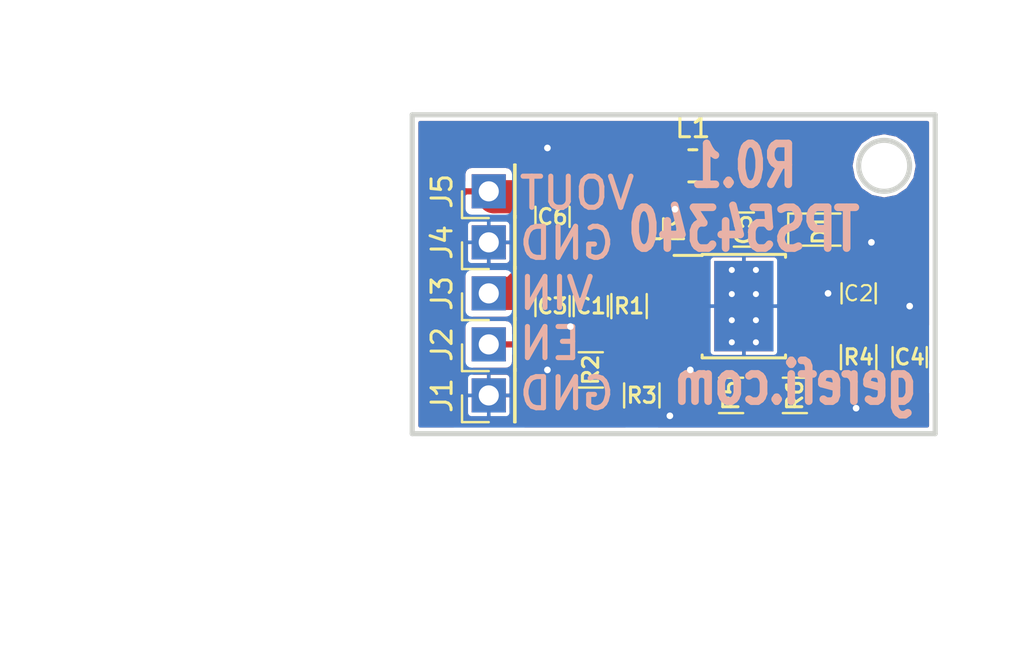
<source format=kicad_pcb>
(kicad_pcb (version 4) (host pcbnew 4.0.7)

  (general
    (links 42)
    (no_connects 0)
    (area 162.432999 111.632999 188.722001 127.762001)
    (thickness 1.6)
    (drawings 13)
    (tracks 80)
    (zones 0)
    (modules 20)
    (nets 11)
  )

  (page A)
  (title_block
    (title "Buck regulator TPS54340")
    (date 2019-01-05)
    (rev R0.1)
    (company "gerefi by DAECU")
  )

  (layers
    (0 F.Cu signal)
    (31 B.Cu signal)
    (32 B.Adhes user)
    (33 F.Adhes user)
    (34 B.Paste user)
    (35 F.Paste user)
    (36 B.SilkS user)
    (37 F.SilkS user)
    (38 B.Mask user)
    (39 F.Mask user)
    (40 Dwgs.User user)
    (41 Cmts.User user)
    (42 Eco1.User user)
    (43 Eco2.User user)
    (44 Edge.Cuts user)
  )

  (setup
    (last_trace_width 0.3048)
    (user_trace_width 0.3048)
    (user_trace_width 1.0668)
    (user_trace_width 1.651)
    (user_trace_width 1.6764)
    (user_trace_width 2.7178)
    (trace_clearance 0.3048)
    (zone_clearance 0.1778)
    (zone_45_only no)
    (trace_min 0.254)
    (segment_width 0.254)
    (edge_width 0.254)
    (via_size 0.6858)
    (via_drill 0.3302)
    (via_min_size 0)
    (via_min_drill 0.3302)
    (user_via 0.6858 0.3302)
    (user_via 0.78994 0.43434)
    (user_via 15.4178 11.8618)
    (uvia_size 0.508)
    (uvia_drill 0.127)
    (uvias_allowed no)
    (uvia_min_size 0.508)
    (uvia_min_drill 0.127)
    (pcb_text_width 0.4318)
    (pcb_text_size 1.524 2.032)
    (mod_edge_width 0.09906)
    (mod_text_size 1.524 1.524)
    (mod_text_width 0.254)
    (pad_size 0.35052 0.70104)
    (pad_drill 0.6)
    (pad_to_mask_clearance 0.254)
    (aux_axis_origin 0 0)
    (visible_elements 7FFEFE7F)
    (pcbplotparams
      (layerselection 0x010f0_80000001)
      (usegerberextensions true)
      (excludeedgelayer true)
      (linewidth 0.150000)
      (plotframeref false)
      (viasonmask false)
      (mode 1)
      (useauxorigin false)
      (hpglpennumber 1)
      (hpglpenspeed 20)
      (hpglpendiameter 15)
      (hpglpenoverlay 2)
      (psnegative false)
      (psa4output false)
      (plotreference true)
      (plotvalue false)
      (plotinvisibletext false)
      (padsonsilk false)
      (subtractmaskfromsilk false)
      (outputformat 1)
      (mirror false)
      (drillshape 0)
      (scaleselection 1)
      (outputdirectory gerber))
  )

  (net 0 "")
  (net 1 GND)
  (net 2 /VIN)
  (net 3 /COMP)
  (net 4 "Net-(C4-Pad1)")
  (net 5 /SW)
  (net 6 /BOOT)
  (net 7 /VOUT)
  (net 8 /EN)
  (net 9 /RT/CLK)
  (net 10 /FB)

  (net_class Default "Это класс цепей по умолчанию."
    (clearance 0.3048)
    (trace_width 0.3048)
    (via_dia 0.6858)
    (via_drill 0.3302)
    (uvia_dia 0.508)
    (uvia_drill 0.127)
    (add_net /BOOT)
    (add_net /COMP)
    (add_net /EN)
    (add_net /FB)
    (add_net /RT/CLK)
    (add_net /VOUT)
    (add_net GND)
    (add_net "Net-(C4-Pad1)")
  )

  (net_class 1A_EXTERNAL ""
    (clearance 0.3048)
    (trace_width 0.3048)
    (via_dia 0.6858)
    (via_drill 0.3302)
    (uvia_dia 0.508)
    (uvia_drill 0.127)
  )

  (net_class 3.5A_EXTERNAL ""
    (clearance 0.3048)
    (trace_width 1.651)
    (via_dia 1.0922)
    (via_drill 0.6858)
    (uvia_dia 0.508)
    (uvia_drill 0.127)
  )

  (net_class 5A_EXTERNAL ""
    (clearance 0.3048)
    (trace_width 2.7178)
    (via_dia 1.54178)
    (via_drill 1.18618)
    (uvia_dia 0.508)
    (uvia_drill 0.127)
  )

  (net_class PIN_WIDTH ""
    (clearance 0.3048)
    (trace_width 1.27)
    (via_dia 0.6858)
    (via_drill 0.3302)
    (uvia_dia 0.508)
    (uvia_drill 0.127)
    (add_net /SW)
    (add_net /VIN)
  )

  (module Resistors_SMD:R_0805 (layer F.Cu) (tedit 5C306DA4) (tstamp 5C3076CA)
    (at 171.45 124.46 180)
    (descr "Resistor SMD 0805, reflow soldering, Vishay (see dcrcw.pdf)")
    (tags "resistor 0805")
    (path /5C310B4E)
    (attr smd)
    (fp_text reference R2 (at 0 0 270) (layer F.SilkS)
      (effects (font (size 0.762 0.762) (thickness 0.15)))
    )
    (fp_text value 86k6 (at 0 1.75 180) (layer F.Fab)
      (effects (font (size 1 1) (thickness 0.15)))
    )
    (fp_text user %R (at 0 0 180) (layer F.Fab)
      (effects (font (size 0.5 0.5) (thickness 0.075)))
    )
    (fp_line (start -1 0.62) (end -1 -0.62) (layer F.Fab) (width 0.1))
    (fp_line (start 1 0.62) (end -1 0.62) (layer F.Fab) (width 0.1))
    (fp_line (start 1 -0.62) (end 1 0.62) (layer F.Fab) (width 0.1))
    (fp_line (start -1 -0.62) (end 1 -0.62) (layer F.Fab) (width 0.1))
    (fp_line (start 0.6 0.88) (end -0.6 0.88) (layer F.SilkS) (width 0.12))
    (fp_line (start -0.6 -0.88) (end 0.6 -0.88) (layer F.SilkS) (width 0.12))
    (fp_line (start -1.55 -0.9) (end 1.55 -0.9) (layer F.CrtYd) (width 0.05))
    (fp_line (start -1.55 -0.9) (end -1.55 0.9) (layer F.CrtYd) (width 0.05))
    (fp_line (start 1.55 0.9) (end 1.55 -0.9) (layer F.CrtYd) (width 0.05))
    (fp_line (start 1.55 0.9) (end -1.55 0.9) (layer F.CrtYd) (width 0.05))
    (pad 1 smd rect (at -0.95 0 180) (size 0.7 1.3) (layers F.Cu F.Paste F.Mask)
      (net 8 /EN))
    (pad 2 smd rect (at 0.95 0 180) (size 0.7 1.3) (layers F.Cu F.Paste F.Mask)
      (net 1 GND))
    (model ${KISYS3DMOD}/Resistors_SMD.3dshapes/R_0805.wrl
      (at (xyz 0 0 0))
      (scale (xyz 1 1 1))
      (rotate (xyz 0 0 0))
    )
  )

  (module Capacitors_SMD:C_0805 (layer F.Cu) (tedit 5C306D91) (tstamp 5C3075C8)
    (at 171.45 121.285 90)
    (descr "Capacitor SMD 0805, reflow soldering, AVX (see smccp.pdf)")
    (tags "capacitor 0805")
    (path /5C31072F)
    (attr smd)
    (fp_text reference C1 (at 0 0 180) (layer F.SilkS)
      (effects (font (size 0.762 0.762) (thickness 0.15)))
    )
    (fp_text value 2.2uF (at 0 1.75 90) (layer F.Fab)
      (effects (font (size 1 1) (thickness 0.15)))
    )
    (fp_text user %R (at 0 -1.5 90) (layer F.Fab)
      (effects (font (size 1 1) (thickness 0.15)))
    )
    (fp_line (start -1 0.62) (end -1 -0.62) (layer F.Fab) (width 0.1))
    (fp_line (start 1 0.62) (end -1 0.62) (layer F.Fab) (width 0.1))
    (fp_line (start 1 -0.62) (end 1 0.62) (layer F.Fab) (width 0.1))
    (fp_line (start -1 -0.62) (end 1 -0.62) (layer F.Fab) (width 0.1))
    (fp_line (start 0.5 -0.85) (end -0.5 -0.85) (layer F.SilkS) (width 0.12))
    (fp_line (start -0.5 0.85) (end 0.5 0.85) (layer F.SilkS) (width 0.12))
    (fp_line (start -1.75 -0.88) (end 1.75 -0.88) (layer F.CrtYd) (width 0.05))
    (fp_line (start -1.75 -0.88) (end -1.75 0.87) (layer F.CrtYd) (width 0.05))
    (fp_line (start 1.75 0.87) (end 1.75 -0.88) (layer F.CrtYd) (width 0.05))
    (fp_line (start 1.75 0.87) (end -1.75 0.87) (layer F.CrtYd) (width 0.05))
    (pad 1 smd rect (at -1 0 90) (size 1 1.25) (layers F.Cu F.Paste F.Mask)
      (net 1 GND))
    (pad 2 smd rect (at 1 0 90) (size 1 1.25) (layers F.Cu F.Paste F.Mask)
      (net 2 /VIN))
    (model Capacitors_SMD.3dshapes/C_0805.wrl
      (at (xyz 0 0 0))
      (scale (xyz 1 1 1))
      (rotate (xyz 0 0 0))
    )
  )

  (module Capacitors_SMD:C_0805 (layer F.Cu) (tedit 5C306D18) (tstamp 5C3075D9)
    (at 184.785 120.65 90)
    (descr "Capacitor SMD 0805, reflow soldering, AVX (see smccp.pdf)")
    (tags "capacitor 0805")
    (path /5C308D84)
    (attr smd)
    (fp_text reference C2 (at 0 0 180) (layer F.SilkS)
      (effects (font (size 0.762 0.762) (thickness 0.1016)))
    )
    (fp_text value 47pF (at 0 1.75 90) (layer F.Fab)
      (effects (font (size 1 1) (thickness 0.15)))
    )
    (fp_text user %R (at 0 -1.5 90) (layer F.Fab)
      (effects (font (size 1 1) (thickness 0.15)))
    )
    (fp_line (start -1 0.62) (end -1 -0.62) (layer F.Fab) (width 0.1))
    (fp_line (start 1 0.62) (end -1 0.62) (layer F.Fab) (width 0.1))
    (fp_line (start 1 -0.62) (end 1 0.62) (layer F.Fab) (width 0.1))
    (fp_line (start -1 -0.62) (end 1 -0.62) (layer F.Fab) (width 0.1))
    (fp_line (start 0.5 -0.85) (end -0.5 -0.85) (layer F.SilkS) (width 0.12))
    (fp_line (start -0.5 0.85) (end 0.5 0.85) (layer F.SilkS) (width 0.12))
    (fp_line (start -1.75 -0.88) (end 1.75 -0.88) (layer F.CrtYd) (width 0.05))
    (fp_line (start -1.75 -0.88) (end -1.75 0.87) (layer F.CrtYd) (width 0.05))
    (fp_line (start 1.75 0.87) (end 1.75 -0.88) (layer F.CrtYd) (width 0.05))
    (fp_line (start 1.75 0.87) (end -1.75 0.87) (layer F.CrtYd) (width 0.05))
    (pad 1 smd rect (at -1 0 90) (size 1 1.25) (layers F.Cu F.Paste F.Mask)
      (net 3 /COMP))
    (pad 2 smd rect (at 1 0 90) (size 1 1.25) (layers F.Cu F.Paste F.Mask)
      (net 1 GND))
    (model Capacitors_SMD.3dshapes/C_0805.wrl
      (at (xyz 0 0 0))
      (scale (xyz 1 1 1))
      (rotate (xyz 0 0 0))
    )
  )

  (module Capacitors_SMD:C_0805 (layer F.Cu) (tedit 5C306D8C) (tstamp 5C3075EA)
    (at 169.545 121.285 90)
    (descr "Capacitor SMD 0805, reflow soldering, AVX (see smccp.pdf)")
    (tags "capacitor 0805")
    (path /4AD9CB8E)
    (attr smd)
    (fp_text reference C3 (at 0 0 180) (layer F.SilkS)
      (effects (font (size 0.762 0.762) (thickness 0.15)))
    )
    (fp_text value 2.2uF (at 0 1.75 90) (layer F.Fab)
      (effects (font (size 1 1) (thickness 0.15)))
    )
    (fp_text user %R (at 0 -1.5 90) (layer F.Fab)
      (effects (font (size 1 1) (thickness 0.15)))
    )
    (fp_line (start -1 0.62) (end -1 -0.62) (layer F.Fab) (width 0.1))
    (fp_line (start 1 0.62) (end -1 0.62) (layer F.Fab) (width 0.1))
    (fp_line (start 1 -0.62) (end 1 0.62) (layer F.Fab) (width 0.1))
    (fp_line (start -1 -0.62) (end 1 -0.62) (layer F.Fab) (width 0.1))
    (fp_line (start 0.5 -0.85) (end -0.5 -0.85) (layer F.SilkS) (width 0.12))
    (fp_line (start -0.5 0.85) (end 0.5 0.85) (layer F.SilkS) (width 0.12))
    (fp_line (start -1.75 -0.88) (end 1.75 -0.88) (layer F.CrtYd) (width 0.05))
    (fp_line (start -1.75 -0.88) (end -1.75 0.87) (layer F.CrtYd) (width 0.05))
    (fp_line (start 1.75 0.87) (end 1.75 -0.88) (layer F.CrtYd) (width 0.05))
    (fp_line (start 1.75 0.87) (end -1.75 0.87) (layer F.CrtYd) (width 0.05))
    (pad 1 smd rect (at -1 0 90) (size 1 1.25) (layers F.Cu F.Paste F.Mask)
      (net 1 GND))
    (pad 2 smd rect (at 1 0 90) (size 1 1.25) (layers F.Cu F.Paste F.Mask)
      (net 2 /VIN))
    (model Capacitors_SMD.3dshapes/C_0805.wrl
      (at (xyz 0 0 0))
      (scale (xyz 1 1 1))
      (rotate (xyz 0 0 0))
    )
  )

  (module Capacitors_SMD:C_0805 (layer F.Cu) (tedit 5C306D89) (tstamp 5C3075FB)
    (at 187.325 123.825 90)
    (descr "Capacitor SMD 0805, reflow soldering, AVX (see smccp.pdf)")
    (tags "capacitor 0805")
    (path /50D6291F)
    (attr smd)
    (fp_text reference C4 (at 0 0 180) (layer F.SilkS)
      (effects (font (size 0.762 0.762) (thickness 0.15)))
    )
    (fp_text value 5600pF (at 0 1.75 90) (layer F.Fab)
      (effects (font (size 1 1) (thickness 0.15)))
    )
    (fp_text user %R (at 0 -1.5 90) (layer F.Fab)
      (effects (font (size 1 1) (thickness 0.15)))
    )
    (fp_line (start -1 0.62) (end -1 -0.62) (layer F.Fab) (width 0.1))
    (fp_line (start 1 0.62) (end -1 0.62) (layer F.Fab) (width 0.1))
    (fp_line (start 1 -0.62) (end 1 0.62) (layer F.Fab) (width 0.1))
    (fp_line (start -1 -0.62) (end 1 -0.62) (layer F.Fab) (width 0.1))
    (fp_line (start 0.5 -0.85) (end -0.5 -0.85) (layer F.SilkS) (width 0.12))
    (fp_line (start -0.5 0.85) (end 0.5 0.85) (layer F.SilkS) (width 0.12))
    (fp_line (start -1.75 -0.88) (end 1.75 -0.88) (layer F.CrtYd) (width 0.05))
    (fp_line (start -1.75 -0.88) (end -1.75 0.87) (layer F.CrtYd) (width 0.05))
    (fp_line (start 1.75 0.87) (end 1.75 -0.88) (layer F.CrtYd) (width 0.05))
    (fp_line (start 1.75 0.87) (end -1.75 0.87) (layer F.CrtYd) (width 0.05))
    (pad 1 smd rect (at -1 0 90) (size 1 1.25) (layers F.Cu F.Paste F.Mask)
      (net 4 "Net-(C4-Pad1)"))
    (pad 2 smd rect (at 1 0 90) (size 1 1.25) (layers F.Cu F.Paste F.Mask)
      (net 1 GND))
    (model Capacitors_SMD.3dshapes/C_0805.wrl
      (at (xyz 0 0 0))
      (scale (xyz 1 1 1))
      (rotate (xyz 0 0 0))
    )
  )

  (module Capacitors_SMD:C_0805 (layer F.Cu) (tedit 5C306D80) (tstamp 5C30760C)
    (at 179.07 117.475 180)
    (descr "Capacitor SMD 0805, reflow soldering, AVX (see smccp.pdf)")
    (tags "capacitor 0805")
    (path /5C309618)
    (attr smd)
    (fp_text reference C5 (at 0 0 270) (layer F.SilkS)
      (effects (font (size 0.762 0.762) (thickness 0.15)))
    )
    (fp_text value 0.1uF (at 0 1.75 180) (layer F.Fab)
      (effects (font (size 1 1) (thickness 0.15)))
    )
    (fp_text user %R (at 0 -1.5 180) (layer F.Fab)
      (effects (font (size 1 1) (thickness 0.15)))
    )
    (fp_line (start -1 0.62) (end -1 -0.62) (layer F.Fab) (width 0.1))
    (fp_line (start 1 0.62) (end -1 0.62) (layer F.Fab) (width 0.1))
    (fp_line (start 1 -0.62) (end 1 0.62) (layer F.Fab) (width 0.1))
    (fp_line (start -1 -0.62) (end 1 -0.62) (layer F.Fab) (width 0.1))
    (fp_line (start 0.5 -0.85) (end -0.5 -0.85) (layer F.SilkS) (width 0.12))
    (fp_line (start -0.5 0.85) (end 0.5 0.85) (layer F.SilkS) (width 0.12))
    (fp_line (start -1.75 -0.88) (end 1.75 -0.88) (layer F.CrtYd) (width 0.05))
    (fp_line (start -1.75 -0.88) (end -1.75 0.87) (layer F.CrtYd) (width 0.05))
    (fp_line (start 1.75 0.87) (end 1.75 -0.88) (layer F.CrtYd) (width 0.05))
    (fp_line (start 1.75 0.87) (end -1.75 0.87) (layer F.CrtYd) (width 0.05))
    (pad 1 smd rect (at -1 0 180) (size 1 1.25) (layers F.Cu F.Paste F.Mask)
      (net 5 /SW))
    (pad 2 smd rect (at 1 0 180) (size 1 1.25) (layers F.Cu F.Paste F.Mask)
      (net 6 /BOOT))
    (model Capacitors_SMD.3dshapes/C_0805.wrl
      (at (xyz 0 0 0))
      (scale (xyz 1 1 1))
      (rotate (xyz 0 0 0))
    )
  )

  (module Capacitors_SMD:C_0805 (layer F.Cu) (tedit 5C306D9D) (tstamp 5C30761D)
    (at 169.545 116.84 270)
    (descr "Capacitor SMD 0805, reflow soldering, AVX (see smccp.pdf)")
    (tags "capacitor 0805")
    (path /5C309A65)
    (attr smd)
    (fp_text reference C6 (at 0 0 360) (layer F.SilkS)
      (effects (font (size 0.762 0.762) (thickness 0.15)))
    )
    (fp_text value 100uF (at 0 1.75 270) (layer F.Fab)
      (effects (font (size 1 1) (thickness 0.15)))
    )
    (fp_text user %R (at 0 -1.5 270) (layer F.Fab)
      (effects (font (size 1 1) (thickness 0.15)))
    )
    (fp_line (start -1 0.62) (end -1 -0.62) (layer F.Fab) (width 0.1))
    (fp_line (start 1 0.62) (end -1 0.62) (layer F.Fab) (width 0.1))
    (fp_line (start 1 -0.62) (end 1 0.62) (layer F.Fab) (width 0.1))
    (fp_line (start -1 -0.62) (end 1 -0.62) (layer F.Fab) (width 0.1))
    (fp_line (start 0.5 -0.85) (end -0.5 -0.85) (layer F.SilkS) (width 0.12))
    (fp_line (start -0.5 0.85) (end 0.5 0.85) (layer F.SilkS) (width 0.12))
    (fp_line (start -1.75 -0.88) (end 1.75 -0.88) (layer F.CrtYd) (width 0.05))
    (fp_line (start -1.75 -0.88) (end -1.75 0.87) (layer F.CrtYd) (width 0.05))
    (fp_line (start 1.75 0.87) (end 1.75 -0.88) (layer F.CrtYd) (width 0.05))
    (fp_line (start 1.75 0.87) (end -1.75 0.87) (layer F.CrtYd) (width 0.05))
    (pad 1 smd rect (at -1 0 270) (size 1 1.25) (layers F.Cu F.Paste F.Mask)
      (net 7 /VOUT))
    (pad 2 smd rect (at 1 0 270) (size 1 1.25) (layers F.Cu F.Paste F.Mask)
      (net 1 GND))
    (model Capacitors_SMD.3dshapes/C_0805.wrl
      (at (xyz 0 0 0))
      (scale (xyz 1 1 1))
      (rotate (xyz 0 0 0))
    )
  )

  (module Diodes_SMD:D_0805 (layer F.Cu) (tedit 5C306DAE) (tstamp 5C307635)
    (at 182.88 117.475)
    (descr "Diode SMD in 0805 package http://datasheets.avx.com/schottky.pdf")
    (tags "smd diode")
    (path /5C30C945)
    (attr smd)
    (fp_text reference D1 (at 0 0 90) (layer F.SilkS)
      (effects (font (size 0.762 0.762) (thickness 0.15)))
    )
    (fp_text value B560C (at 0 1.7) (layer F.Fab)
      (effects (font (size 1 1) (thickness 0.15)))
    )
    (fp_text user %R (at 0 -1.6) (layer F.Fab)
      (effects (font (size 1 1) (thickness 0.15)))
    )
    (fp_line (start -1.6 -0.8) (end -1.6 0.8) (layer F.SilkS) (width 0.12))
    (fp_line (start -1.7 0.88) (end -1.7 -0.88) (layer F.CrtYd) (width 0.05))
    (fp_line (start 1.7 0.88) (end -1.7 0.88) (layer F.CrtYd) (width 0.05))
    (fp_line (start 1.7 -0.88) (end 1.7 0.88) (layer F.CrtYd) (width 0.05))
    (fp_line (start -1.7 -0.88) (end 1.7 -0.88) (layer F.CrtYd) (width 0.05))
    (fp_line (start 0.2 0) (end 0.4 0) (layer F.Fab) (width 0.1))
    (fp_line (start -0.1 0) (end -0.3 0) (layer F.Fab) (width 0.1))
    (fp_line (start -0.1 -0.2) (end -0.1 0.2) (layer F.Fab) (width 0.1))
    (fp_line (start 0.2 0.2) (end 0.2 -0.2) (layer F.Fab) (width 0.1))
    (fp_line (start -0.1 0) (end 0.2 0.2) (layer F.Fab) (width 0.1))
    (fp_line (start 0.2 -0.2) (end -0.1 0) (layer F.Fab) (width 0.1))
    (fp_line (start -1 0.65) (end -1 -0.65) (layer F.Fab) (width 0.1))
    (fp_line (start 1 0.65) (end -1 0.65) (layer F.Fab) (width 0.1))
    (fp_line (start 1 -0.65) (end 1 0.65) (layer F.Fab) (width 0.1))
    (fp_line (start -1 -0.65) (end 1 -0.65) (layer F.Fab) (width 0.1))
    (fp_line (start -1.6 0.8) (end 1 0.8) (layer F.SilkS) (width 0.12))
    (fp_line (start -1.6 -0.8) (end 1 -0.8) (layer F.SilkS) (width 0.12))
    (pad 1 smd rect (at -1.05 0) (size 0.8 0.9) (layers F.Cu F.Paste F.Mask)
      (net 5 /SW))
    (pad 2 smd rect (at 1.05 0) (size 0.8 0.9) (layers F.Cu F.Paste F.Mask)
      (net 1 GND))
    (model ${KISYS3DMOD}/Diodes_SMD.3dshapes/D_0805.wrl
      (at (xyz 0 0 0))
      (scale (xyz 1 1 1))
      (rotate (xyz 0 0 0))
    )
  )

  (module Pin_Headers:Pin_Header_Straight_1x01_Pitch2.54mm (layer F.Cu) (tedit 59650532) (tstamp 5C30764A)
    (at 166.37 125.73 90)
    (descr "Through hole straight pin header, 1x01, 2.54mm pitch, single row")
    (tags "Through hole pin header THT 1x01 2.54mm single row")
    (path /5C30E4DC)
    (fp_text reference J1 (at 0 -2.33 90) (layer F.SilkS)
      (effects (font (size 1 1) (thickness 0.15)))
    )
    (fp_text value Conn_01x01 (at 0 2.33 90) (layer F.Fab)
      (effects (font (size 1 1) (thickness 0.15)))
    )
    (fp_line (start -0.635 -1.27) (end 1.27 -1.27) (layer F.Fab) (width 0.1))
    (fp_line (start 1.27 -1.27) (end 1.27 1.27) (layer F.Fab) (width 0.1))
    (fp_line (start 1.27 1.27) (end -1.27 1.27) (layer F.Fab) (width 0.1))
    (fp_line (start -1.27 1.27) (end -1.27 -0.635) (layer F.Fab) (width 0.1))
    (fp_line (start -1.27 -0.635) (end -0.635 -1.27) (layer F.Fab) (width 0.1))
    (fp_line (start -1.33 1.33) (end 1.33 1.33) (layer F.SilkS) (width 0.12))
    (fp_line (start -1.33 1.27) (end -1.33 1.33) (layer F.SilkS) (width 0.12))
    (fp_line (start 1.33 1.27) (end 1.33 1.33) (layer F.SilkS) (width 0.12))
    (fp_line (start -1.33 1.27) (end 1.33 1.27) (layer F.SilkS) (width 0.12))
    (fp_line (start -1.33 0) (end -1.33 -1.33) (layer F.SilkS) (width 0.12))
    (fp_line (start -1.33 -1.33) (end 0 -1.33) (layer F.SilkS) (width 0.12))
    (fp_line (start -1.8 -1.8) (end -1.8 1.8) (layer F.CrtYd) (width 0.05))
    (fp_line (start -1.8 1.8) (end 1.8 1.8) (layer F.CrtYd) (width 0.05))
    (fp_line (start 1.8 1.8) (end 1.8 -1.8) (layer F.CrtYd) (width 0.05))
    (fp_line (start 1.8 -1.8) (end -1.8 -1.8) (layer F.CrtYd) (width 0.05))
    (fp_text user %R (at 0 0 180) (layer F.Fab)
      (effects (font (size 1 1) (thickness 0.15)))
    )
    (pad 1 thru_hole rect (at 0 0 90) (size 1.7 1.7) (drill 1) (layers *.Cu *.Mask)
      (net 1 GND))
    (model ${KISYS3DMOD}/Pin_Headers.3dshapes/Pin_Header_Straight_1x01_Pitch2.54mm.wrl
      (at (xyz 0 0 0))
      (scale (xyz 1 1 1))
      (rotate (xyz 0 0 0))
    )
  )

  (module Pin_Headers:Pin_Header_Straight_1x01_Pitch2.54mm (layer F.Cu) (tedit 59650532) (tstamp 5C30765F)
    (at 166.37 123.19 90)
    (descr "Through hole straight pin header, 1x01, 2.54mm pitch, single row")
    (tags "Through hole pin header THT 1x01 2.54mm single row")
    (path /5C30E36C)
    (fp_text reference J2 (at 0 -2.33 90) (layer F.SilkS)
      (effects (font (size 1 1) (thickness 0.15)))
    )
    (fp_text value Conn_01x01 (at 0 2.33 90) (layer F.Fab)
      (effects (font (size 1 1) (thickness 0.15)))
    )
    (fp_line (start -0.635 -1.27) (end 1.27 -1.27) (layer F.Fab) (width 0.1))
    (fp_line (start 1.27 -1.27) (end 1.27 1.27) (layer F.Fab) (width 0.1))
    (fp_line (start 1.27 1.27) (end -1.27 1.27) (layer F.Fab) (width 0.1))
    (fp_line (start -1.27 1.27) (end -1.27 -0.635) (layer F.Fab) (width 0.1))
    (fp_line (start -1.27 -0.635) (end -0.635 -1.27) (layer F.Fab) (width 0.1))
    (fp_line (start -1.33 1.33) (end 1.33 1.33) (layer F.SilkS) (width 0.12))
    (fp_line (start -1.33 1.27) (end -1.33 1.33) (layer F.SilkS) (width 0.12))
    (fp_line (start 1.33 1.27) (end 1.33 1.33) (layer F.SilkS) (width 0.12))
    (fp_line (start -1.33 1.27) (end 1.33 1.27) (layer F.SilkS) (width 0.12))
    (fp_line (start -1.33 0) (end -1.33 -1.33) (layer F.SilkS) (width 0.12))
    (fp_line (start -1.33 -1.33) (end 0 -1.33) (layer F.SilkS) (width 0.12))
    (fp_line (start -1.8 -1.8) (end -1.8 1.8) (layer F.CrtYd) (width 0.05))
    (fp_line (start -1.8 1.8) (end 1.8 1.8) (layer F.CrtYd) (width 0.05))
    (fp_line (start 1.8 1.8) (end 1.8 -1.8) (layer F.CrtYd) (width 0.05))
    (fp_line (start 1.8 -1.8) (end -1.8 -1.8) (layer F.CrtYd) (width 0.05))
    (fp_text user %R (at 0 0 180) (layer F.Fab)
      (effects (font (size 1 1) (thickness 0.15)))
    )
    (pad 1 thru_hole rect (at 0 0 90) (size 1.7 1.7) (drill 1) (layers *.Cu *.Mask)
      (net 8 /EN))
    (model ${KISYS3DMOD}/Pin_Headers.3dshapes/Pin_Header_Straight_1x01_Pitch2.54mm.wrl
      (at (xyz 0 0 0))
      (scale (xyz 1 1 1))
      (rotate (xyz 0 0 0))
    )
  )

  (module Pin_Headers:Pin_Header_Straight_1x01_Pitch2.54mm (layer F.Cu) (tedit 59650532) (tstamp 5C307674)
    (at 166.37 120.65 90)
    (descr "Through hole straight pin header, 1x01, 2.54mm pitch, single row")
    (tags "Through hole pin header THT 1x01 2.54mm single row")
    (path /5C30E520)
    (fp_text reference J3 (at 0 -2.33 90) (layer F.SilkS)
      (effects (font (size 1 1) (thickness 0.15)))
    )
    (fp_text value Conn_01x01 (at 0 2.33 90) (layer F.Fab)
      (effects (font (size 1 1) (thickness 0.15)))
    )
    (fp_line (start -0.635 -1.27) (end 1.27 -1.27) (layer F.Fab) (width 0.1))
    (fp_line (start 1.27 -1.27) (end 1.27 1.27) (layer F.Fab) (width 0.1))
    (fp_line (start 1.27 1.27) (end -1.27 1.27) (layer F.Fab) (width 0.1))
    (fp_line (start -1.27 1.27) (end -1.27 -0.635) (layer F.Fab) (width 0.1))
    (fp_line (start -1.27 -0.635) (end -0.635 -1.27) (layer F.Fab) (width 0.1))
    (fp_line (start -1.33 1.33) (end 1.33 1.33) (layer F.SilkS) (width 0.12))
    (fp_line (start -1.33 1.27) (end -1.33 1.33) (layer F.SilkS) (width 0.12))
    (fp_line (start 1.33 1.27) (end 1.33 1.33) (layer F.SilkS) (width 0.12))
    (fp_line (start -1.33 1.27) (end 1.33 1.27) (layer F.SilkS) (width 0.12))
    (fp_line (start -1.33 0) (end -1.33 -1.33) (layer F.SilkS) (width 0.12))
    (fp_line (start -1.33 -1.33) (end 0 -1.33) (layer F.SilkS) (width 0.12))
    (fp_line (start -1.8 -1.8) (end -1.8 1.8) (layer F.CrtYd) (width 0.05))
    (fp_line (start -1.8 1.8) (end 1.8 1.8) (layer F.CrtYd) (width 0.05))
    (fp_line (start 1.8 1.8) (end 1.8 -1.8) (layer F.CrtYd) (width 0.05))
    (fp_line (start 1.8 -1.8) (end -1.8 -1.8) (layer F.CrtYd) (width 0.05))
    (fp_text user %R (at 0 0 180) (layer F.Fab)
      (effects (font (size 1 1) (thickness 0.15)))
    )
    (pad 1 thru_hole rect (at 0 0 90) (size 1.7 1.7) (drill 1) (layers *.Cu *.Mask)
      (net 2 /VIN))
    (model ${KISYS3DMOD}/Pin_Headers.3dshapes/Pin_Header_Straight_1x01_Pitch2.54mm.wrl
      (at (xyz 0 0 0))
      (scale (xyz 1 1 1))
      (rotate (xyz 0 0 0))
    )
  )

  (module Pin_Headers:Pin_Header_Straight_1x01_Pitch2.54mm (layer F.Cu) (tedit 59650532) (tstamp 5C307689)
    (at 166.37 118.11 90)
    (descr "Through hole straight pin header, 1x01, 2.54mm pitch, single row")
    (tags "Through hole pin header THT 1x01 2.54mm single row")
    (path /5C30E2D2)
    (fp_text reference J4 (at 0 -2.33 90) (layer F.SilkS)
      (effects (font (size 1 1) (thickness 0.15)))
    )
    (fp_text value Conn_01x01 (at 0 2.33 90) (layer F.Fab)
      (effects (font (size 1 1) (thickness 0.15)))
    )
    (fp_line (start -0.635 -1.27) (end 1.27 -1.27) (layer F.Fab) (width 0.1))
    (fp_line (start 1.27 -1.27) (end 1.27 1.27) (layer F.Fab) (width 0.1))
    (fp_line (start 1.27 1.27) (end -1.27 1.27) (layer F.Fab) (width 0.1))
    (fp_line (start -1.27 1.27) (end -1.27 -0.635) (layer F.Fab) (width 0.1))
    (fp_line (start -1.27 -0.635) (end -0.635 -1.27) (layer F.Fab) (width 0.1))
    (fp_line (start -1.33 1.33) (end 1.33 1.33) (layer F.SilkS) (width 0.12))
    (fp_line (start -1.33 1.27) (end -1.33 1.33) (layer F.SilkS) (width 0.12))
    (fp_line (start 1.33 1.27) (end 1.33 1.33) (layer F.SilkS) (width 0.12))
    (fp_line (start -1.33 1.27) (end 1.33 1.27) (layer F.SilkS) (width 0.12))
    (fp_line (start -1.33 0) (end -1.33 -1.33) (layer F.SilkS) (width 0.12))
    (fp_line (start -1.33 -1.33) (end 0 -1.33) (layer F.SilkS) (width 0.12))
    (fp_line (start -1.8 -1.8) (end -1.8 1.8) (layer F.CrtYd) (width 0.05))
    (fp_line (start -1.8 1.8) (end 1.8 1.8) (layer F.CrtYd) (width 0.05))
    (fp_line (start 1.8 1.8) (end 1.8 -1.8) (layer F.CrtYd) (width 0.05))
    (fp_line (start 1.8 -1.8) (end -1.8 -1.8) (layer F.CrtYd) (width 0.05))
    (fp_text user %R (at 0 0 180) (layer F.Fab)
      (effects (font (size 1 1) (thickness 0.15)))
    )
    (pad 1 thru_hole rect (at 0 0 90) (size 1.7 1.7) (drill 1) (layers *.Cu *.Mask)
      (net 1 GND))
    (model ${KISYS3DMOD}/Pin_Headers.3dshapes/Pin_Header_Straight_1x01_Pitch2.54mm.wrl
      (at (xyz 0 0 0))
      (scale (xyz 1 1 1))
      (rotate (xyz 0 0 0))
    )
  )

  (module Pin_Headers:Pin_Header_Straight_1x01_Pitch2.54mm (layer F.Cu) (tedit 59650532) (tstamp 5C30769E)
    (at 166.37 115.57 90)
    (descr "Through hole straight pin header, 1x01, 2.54mm pitch, single row")
    (tags "Through hole pin header THT 1x01 2.54mm single row")
    (path /5C30E157)
    (fp_text reference J5 (at 0 -2.33 90) (layer F.SilkS)
      (effects (font (size 1 1) (thickness 0.15)))
    )
    (fp_text value Conn_01x01 (at 0 2.33 90) (layer F.Fab)
      (effects (font (size 1 1) (thickness 0.15)))
    )
    (fp_line (start -0.635 -1.27) (end 1.27 -1.27) (layer F.Fab) (width 0.1))
    (fp_line (start 1.27 -1.27) (end 1.27 1.27) (layer F.Fab) (width 0.1))
    (fp_line (start 1.27 1.27) (end -1.27 1.27) (layer F.Fab) (width 0.1))
    (fp_line (start -1.27 1.27) (end -1.27 -0.635) (layer F.Fab) (width 0.1))
    (fp_line (start -1.27 -0.635) (end -0.635 -1.27) (layer F.Fab) (width 0.1))
    (fp_line (start -1.33 1.33) (end 1.33 1.33) (layer F.SilkS) (width 0.12))
    (fp_line (start -1.33 1.27) (end -1.33 1.33) (layer F.SilkS) (width 0.12))
    (fp_line (start 1.33 1.27) (end 1.33 1.33) (layer F.SilkS) (width 0.12))
    (fp_line (start -1.33 1.27) (end 1.33 1.27) (layer F.SilkS) (width 0.12))
    (fp_line (start -1.33 0) (end -1.33 -1.33) (layer F.SilkS) (width 0.12))
    (fp_line (start -1.33 -1.33) (end 0 -1.33) (layer F.SilkS) (width 0.12))
    (fp_line (start -1.8 -1.8) (end -1.8 1.8) (layer F.CrtYd) (width 0.05))
    (fp_line (start -1.8 1.8) (end 1.8 1.8) (layer F.CrtYd) (width 0.05))
    (fp_line (start 1.8 1.8) (end 1.8 -1.8) (layer F.CrtYd) (width 0.05))
    (fp_line (start 1.8 -1.8) (end -1.8 -1.8) (layer F.CrtYd) (width 0.05))
    (fp_text user %R (at 0 0 180) (layer F.Fab)
      (effects (font (size 1 1) (thickness 0.15)))
    )
    (pad 1 thru_hole rect (at 0 0 90) (size 1.7 1.7) (drill 1) (layers *.Cu *.Mask)
      (net 7 /VOUT))
    (model ${KISYS3DMOD}/Pin_Headers.3dshapes/Pin_Header_Straight_1x01_Pitch2.54mm.wrl
      (at (xyz 0 0 0))
      (scale (xyz 1 1 1))
      (rotate (xyz 0 0 0))
    )
  )

  (module Resistors_Universal:Resistor_SMDuniversal_0805to1206_HandSoldering (layer F.Cu) (tedit 5C30716C) (tstamp 5C3076A8)
    (at 176.53 114.3 180)
    (descr "Resistor, SMD, universal, 0805 to 1206, Hand soldering,")
    (tags "Resistor, SMD, universal, 0805 to 1206, Hand soldering,")
    (path /5C309934)
    (fp_text reference L1 (at 0 1.905 180) (layer F.SilkS)
      (effects (font (size 1 1) (thickness 0.15)))
    )
    (fp_text value 5.6uH (at -0.39878 4.20116 180) (layer F.Fab)
      (effects (font (size 1 1) (thickness 0.15)))
    )
    (fp_line (start 0 0.8001) (end 0.20066 0.8001) (layer F.SilkS) (width 0.15))
    (fp_line (start 0 0.8001) (end -0.20066 0.8001) (layer F.SilkS) (width 0.15))
    (fp_line (start -0.09906 -0.8001) (end -0.20066 -0.8001) (layer F.SilkS) (width 0.15))
    (fp_line (start -0.20066 -0.8001) (end 0.20066 -0.8001) (layer F.SilkS) (width 0.15))
    (pad 1 smd trapezoid (at -2.413 0 180) (size 3.50012 1.99898) (rect_delta 0.39878 0 ) (layers F.Cu F.Paste F.Mask)
      (net 5 /SW))
    (pad 2 smd trapezoid (at 2.413 0) (size 3.50012 1.99898) (rect_delta 0.39878 0 ) (layers F.Cu F.Paste F.Mask)
      (net 7 /VOUT))
  )

  (module Resistors_SMD:R_0805 (layer F.Cu) (tedit 5C306DA1) (tstamp 5C3076B9)
    (at 173.355 121.285 90)
    (descr "Resistor SMD 0805, reflow soldering, Vishay (see dcrcw.pdf)")
    (tags "resistor 0805")
    (path /5C31096A)
    (attr smd)
    (fp_text reference R1 (at 0 0 180) (layer F.SilkS)
      (effects (font (size 0.762 0.762) (thickness 0.15)))
    )
    (fp_text value 365k (at 0 1.75 90) (layer F.Fab)
      (effects (font (size 1 1) (thickness 0.15)))
    )
    (fp_text user %R (at 0 0 90) (layer F.Fab)
      (effects (font (size 0.5 0.5) (thickness 0.075)))
    )
    (fp_line (start -1 0.62) (end -1 -0.62) (layer F.Fab) (width 0.1))
    (fp_line (start 1 0.62) (end -1 0.62) (layer F.Fab) (width 0.1))
    (fp_line (start 1 -0.62) (end 1 0.62) (layer F.Fab) (width 0.1))
    (fp_line (start -1 -0.62) (end 1 -0.62) (layer F.Fab) (width 0.1))
    (fp_line (start 0.6 0.88) (end -0.6 0.88) (layer F.SilkS) (width 0.12))
    (fp_line (start -0.6 -0.88) (end 0.6 -0.88) (layer F.SilkS) (width 0.12))
    (fp_line (start -1.55 -0.9) (end 1.55 -0.9) (layer F.CrtYd) (width 0.05))
    (fp_line (start -1.55 -0.9) (end -1.55 0.9) (layer F.CrtYd) (width 0.05))
    (fp_line (start 1.55 0.9) (end 1.55 -0.9) (layer F.CrtYd) (width 0.05))
    (fp_line (start 1.55 0.9) (end -1.55 0.9) (layer F.CrtYd) (width 0.05))
    (pad 1 smd rect (at -0.95 0 90) (size 0.7 1.3) (layers F.Cu F.Paste F.Mask)
      (net 8 /EN))
    (pad 2 smd rect (at 0.95 0 90) (size 0.7 1.3) (layers F.Cu F.Paste F.Mask)
      (net 2 /VIN))
    (model ${KISYS3DMOD}/Resistors_SMD.3dshapes/R_0805.wrl
      (at (xyz 0 0 0))
      (scale (xyz 1 1 1))
      (rotate (xyz 0 0 0))
    )
  )

  (module Resistors_SMD:R_0805 (layer F.Cu) (tedit 5C306D86) (tstamp 5C3076DB)
    (at 173.99 125.73 270)
    (descr "Resistor SMD 0805, reflow soldering, Vishay (see dcrcw.pdf)")
    (tags "resistor 0805")
    (path /4E39E38D)
    (attr smd)
    (fp_text reference R3 (at 0 0 360) (layer F.SilkS)
      (effects (font (size 0.762 0.762) (thickness 0.15)))
    )
    (fp_text value 162k (at 0 1.75 270) (layer F.Fab)
      (effects (font (size 1 1) (thickness 0.15)))
    )
    (fp_text user %R (at 0 0 270) (layer F.Fab)
      (effects (font (size 0.5 0.5) (thickness 0.075)))
    )
    (fp_line (start -1 0.62) (end -1 -0.62) (layer F.Fab) (width 0.1))
    (fp_line (start 1 0.62) (end -1 0.62) (layer F.Fab) (width 0.1))
    (fp_line (start 1 -0.62) (end 1 0.62) (layer F.Fab) (width 0.1))
    (fp_line (start -1 -0.62) (end 1 -0.62) (layer F.Fab) (width 0.1))
    (fp_line (start 0.6 0.88) (end -0.6 0.88) (layer F.SilkS) (width 0.12))
    (fp_line (start -0.6 -0.88) (end 0.6 -0.88) (layer F.SilkS) (width 0.12))
    (fp_line (start -1.55 -0.9) (end 1.55 -0.9) (layer F.CrtYd) (width 0.05))
    (fp_line (start -1.55 -0.9) (end -1.55 0.9) (layer F.CrtYd) (width 0.05))
    (fp_line (start 1.55 0.9) (end 1.55 -0.9) (layer F.CrtYd) (width 0.05))
    (fp_line (start 1.55 0.9) (end -1.55 0.9) (layer F.CrtYd) (width 0.05))
    (pad 1 smd rect (at -0.95 0 270) (size 0.7 1.3) (layers F.Cu F.Paste F.Mask)
      (net 9 /RT/CLK))
    (pad 2 smd rect (at 0.95 0 270) (size 0.7 1.3) (layers F.Cu F.Paste F.Mask)
      (net 1 GND))
    (model ${KISYS3DMOD}/Resistors_SMD.3dshapes/R_0805.wrl
      (at (xyz 0 0 0))
      (scale (xyz 1 1 1))
      (rotate (xyz 0 0 0))
    )
  )

  (module Resistors_SMD:R_0805 (layer F.Cu) (tedit 5C306D98) (tstamp 5C3076EC)
    (at 184.785 123.825 270)
    (descr "Resistor SMD 0805, reflow soldering, Vishay (see dcrcw.pdf)")
    (tags "resistor 0805")
    (path /5C308D40)
    (attr smd)
    (fp_text reference R4 (at 0 0 360) (layer F.SilkS)
      (effects (font (size 0.762 0.762) (thickness 0.15)))
    )
    (fp_text value 11k5 (at 0 1.75 270) (layer F.Fab)
      (effects (font (size 1 1) (thickness 0.15)))
    )
    (fp_text user %R (at 0 0 270) (layer F.Fab)
      (effects (font (size 0.5 0.5) (thickness 0.075)))
    )
    (fp_line (start -1 0.62) (end -1 -0.62) (layer F.Fab) (width 0.1))
    (fp_line (start 1 0.62) (end -1 0.62) (layer F.Fab) (width 0.1))
    (fp_line (start 1 -0.62) (end 1 0.62) (layer F.Fab) (width 0.1))
    (fp_line (start -1 -0.62) (end 1 -0.62) (layer F.Fab) (width 0.1))
    (fp_line (start 0.6 0.88) (end -0.6 0.88) (layer F.SilkS) (width 0.12))
    (fp_line (start -0.6 -0.88) (end 0.6 -0.88) (layer F.SilkS) (width 0.12))
    (fp_line (start -1.55 -0.9) (end 1.55 -0.9) (layer F.CrtYd) (width 0.05))
    (fp_line (start -1.55 -0.9) (end -1.55 0.9) (layer F.CrtYd) (width 0.05))
    (fp_line (start 1.55 0.9) (end 1.55 -0.9) (layer F.CrtYd) (width 0.05))
    (fp_line (start 1.55 0.9) (end -1.55 0.9) (layer F.CrtYd) (width 0.05))
    (pad 1 smd rect (at -0.95 0 270) (size 0.7 1.3) (layers F.Cu F.Paste F.Mask)
      (net 3 /COMP))
    (pad 2 smd rect (at 0.95 0 270) (size 0.7 1.3) (layers F.Cu F.Paste F.Mask)
      (net 4 "Net-(C4-Pad1)"))
    (model ${KISYS3DMOD}/Resistors_SMD.3dshapes/R_0805.wrl
      (at (xyz 0 0 0))
      (scale (xyz 1 1 1))
      (rotate (xyz 0 0 0))
    )
  )

  (module Resistors_SMD:R_0805 (layer F.Cu) (tedit 5C306D9B) (tstamp 5C3076FD)
    (at 178.435 125.73)
    (descr "Resistor SMD 0805, reflow soldering, Vishay (see dcrcw.pdf)")
    (tags "resistor 0805")
    (path /5C30C095)
    (attr smd)
    (fp_text reference R5 (at 0 0 90) (layer F.SilkS)
      (effects (font (size 0.762 0.762) (thickness 0.15)))
    )
    (fp_text value 31.6 (at 0 1.75) (layer F.Fab)
      (effects (font (size 1 1) (thickness 0.15)))
    )
    (fp_text user %R (at 0 0) (layer F.Fab)
      (effects (font (size 0.5 0.5) (thickness 0.075)))
    )
    (fp_line (start -1 0.62) (end -1 -0.62) (layer F.Fab) (width 0.1))
    (fp_line (start 1 0.62) (end -1 0.62) (layer F.Fab) (width 0.1))
    (fp_line (start 1 -0.62) (end 1 0.62) (layer F.Fab) (width 0.1))
    (fp_line (start -1 -0.62) (end 1 -0.62) (layer F.Fab) (width 0.1))
    (fp_line (start 0.6 0.88) (end -0.6 0.88) (layer F.SilkS) (width 0.12))
    (fp_line (start -0.6 -0.88) (end 0.6 -0.88) (layer F.SilkS) (width 0.12))
    (fp_line (start -1.55 -0.9) (end 1.55 -0.9) (layer F.CrtYd) (width 0.05))
    (fp_line (start -1.55 -0.9) (end -1.55 0.9) (layer F.CrtYd) (width 0.05))
    (fp_line (start 1.55 0.9) (end 1.55 -0.9) (layer F.CrtYd) (width 0.05))
    (fp_line (start 1.55 0.9) (end -1.55 0.9) (layer F.CrtYd) (width 0.05))
    (pad 1 smd rect (at -0.95 0) (size 0.7 1.3) (layers F.Cu F.Paste F.Mask)
      (net 7 /VOUT))
    (pad 2 smd rect (at 0.95 0) (size 0.7 1.3) (layers F.Cu F.Paste F.Mask)
      (net 10 /FB))
    (model ${KISYS3DMOD}/Resistors_SMD.3dshapes/R_0805.wrl
      (at (xyz 0 0 0))
      (scale (xyz 1 1 1))
      (rotate (xyz 0 0 0))
    )
  )

  (module Resistors_SMD:R_0805 (layer F.Cu) (tedit 5C306D83) (tstamp 5C30770E)
    (at 181.61 125.73)
    (descr "Resistor SMD 0805, reflow soldering, Vishay (see dcrcw.pdf)")
    (tags "resistor 0805")
    (path /5C309280)
    (attr smd)
    (fp_text reference R6 (at 0 0 90) (layer F.SilkS)
      (effects (font (size 0.762 0.762) (thickness 0.15)))
    )
    (fp_text value 10.2 (at 0 1.75) (layer F.Fab)
      (effects (font (size 1 1) (thickness 0.15)))
    )
    (fp_text user %R (at 0 0) (layer F.Fab)
      (effects (font (size 0.5 0.5) (thickness 0.075)))
    )
    (fp_line (start -1 0.62) (end -1 -0.62) (layer F.Fab) (width 0.1))
    (fp_line (start 1 0.62) (end -1 0.62) (layer F.Fab) (width 0.1))
    (fp_line (start 1 -0.62) (end 1 0.62) (layer F.Fab) (width 0.1))
    (fp_line (start -1 -0.62) (end 1 -0.62) (layer F.Fab) (width 0.1))
    (fp_line (start 0.6 0.88) (end -0.6 0.88) (layer F.SilkS) (width 0.12))
    (fp_line (start -0.6 -0.88) (end 0.6 -0.88) (layer F.SilkS) (width 0.12))
    (fp_line (start -1.55 -0.9) (end 1.55 -0.9) (layer F.CrtYd) (width 0.05))
    (fp_line (start -1.55 -0.9) (end -1.55 0.9) (layer F.CrtYd) (width 0.05))
    (fp_line (start 1.55 0.9) (end 1.55 -0.9) (layer F.CrtYd) (width 0.05))
    (fp_line (start 1.55 0.9) (end -1.55 0.9) (layer F.CrtYd) (width 0.05))
    (pad 1 smd rect (at -0.95 0) (size 0.7 1.3) (layers F.Cu F.Paste F.Mask)
      (net 10 /FB))
    (pad 2 smd rect (at 0.95 0) (size 0.7 1.3) (layers F.Cu F.Paste F.Mask)
      (net 1 GND))
    (model ${KISYS3DMOD}/Resistors_SMD.3dshapes/R_0805.wrl
      (at (xyz 0 0 0))
      (scale (xyz 1 1 1))
      (rotate (xyz 0 0 0))
    )
  )

  (module Housings_SOIC:TI_SO-PowerPAD-8_ThermalVias (layer F.Cu) (tedit 5C307164) (tstamp 5C307736)
    (at 179.07 121.285)
    (descr "8-pin HTSOP package with 1.27mm pin pitch, compatible with SOIC-8, 3.9x4.9mm² body, exposed pad, thermal vias with large copper area, as proposed in http://www.ti.com/lit/ds/symlink/tps5430.pdf")
    (tags "HTSOP 1.27")
    (path /5C308430)
    (attr smd)
    (fp_text reference U1 (at -3.81 -3.81) (layer F.SilkS)
      (effects (font (size 1 1) (thickness 0.15)))
    )
    (fp_text value TPS54340 (at 0 3.5) (layer F.Fab)
      (effects (font (size 1 1) (thickness 0.15)))
    )
    (fp_text user %R (at 0 0) (layer F.Fab)
      (effects (font (size 0.9 0.9) (thickness 0.135)))
    )
    (fp_line (start -0.95 -2.45) (end 1.95 -2.45) (layer F.Fab) (width 0.15))
    (fp_line (start 1.95 -2.45) (end 1.95 2.45) (layer F.Fab) (width 0.15))
    (fp_line (start 1.95 2.45) (end -1.95 2.45) (layer F.Fab) (width 0.15))
    (fp_line (start -1.95 2.45) (end -1.95 -1.45) (layer F.Fab) (width 0.15))
    (fp_line (start -1.95 -1.45) (end -0.95 -2.45) (layer F.Fab) (width 0.15))
    (fp_line (start -3.75 -2.75) (end -3.75 2.75) (layer F.CrtYd) (width 0.05))
    (fp_line (start 3.75 -2.75) (end 3.75 2.75) (layer F.CrtYd) (width 0.05))
    (fp_line (start -3.75 -2.75) (end 3.75 -2.75) (layer F.CrtYd) (width 0.05))
    (fp_line (start -3.75 2.75) (end 3.75 2.75) (layer F.CrtYd) (width 0.05))
    (fp_line (start -2.075 -2.575) (end -2.075 -2.525) (layer F.SilkS) (width 0.15))
    (fp_line (start 2.075 -2.575) (end 2.075 -2.43) (layer F.SilkS) (width 0.15))
    (fp_line (start 2.075 2.575) (end 2.075 2.43) (layer F.SilkS) (width 0.15))
    (fp_line (start -2.075 2.575) (end -2.075 2.43) (layer F.SilkS) (width 0.15))
    (fp_line (start -2.075 -2.575) (end 2.075 -2.575) (layer F.SilkS) (width 0.15))
    (fp_line (start -2.075 2.575) (end 2.075 2.575) (layer F.SilkS) (width 0.15))
    (fp_line (start -2.075 -2.525) (end -3.475 -2.525) (layer F.SilkS) (width 0.15))
    (pad 9 smd rect (at 0 0) (size 2.6 3.1) (layers F.Cu F.Paste F.Mask)
      (net 1 GND))
    (pad 9 smd rect (at 0 0) (size 2.95 4.5) (layers F.Cu)
      (net 1 GND))
    (pad 1 smd rect (at -2.7 -1.905) (size 1.55 0.6) (layers F.Cu F.Paste F.Mask)
      (net 6 /BOOT))
    (pad 2 smd rect (at -2.7 -0.635) (size 1.55 0.6) (layers F.Cu F.Paste F.Mask)
      (net 2 /VIN))
    (pad 3 smd rect (at -2.7 0.635) (size 1.55 0.6) (layers F.Cu F.Paste F.Mask)
      (net 8 /EN))
    (pad 4 smd rect (at -2.7 1.905) (size 1.55 0.6) (layers F.Cu F.Paste F.Mask)
      (net 9 /RT/CLK))
    (pad 5 smd rect (at 2.7 1.905) (size 1.55 0.6) (layers F.Cu F.Paste F.Mask)
      (net 10 /FB))
    (pad 6 smd rect (at 2.7 0.635) (size 1.55 0.6) (layers F.Cu F.Paste F.Mask)
      (net 3 /COMP))
    (pad 7 smd rect (at 2.7 -0.635) (size 1.55 0.6) (layers F.Cu F.Paste F.Mask)
      (net 1 GND))
    (pad 8 smd rect (at 2.7 -1.905) (size 1.55 0.6) (layers F.Cu F.Paste F.Mask)
      (net 5 /SW))
    (pad 9 smd rect (at 0 0) (size 2.95 4.5) (layers B.Cu)
      (net 1 GND))
    (pad 9 thru_hole circle (at -0.6 -1.8) (size 0.6 0.6) (drill 0.3) (layers *.Cu)
      (net 1 GND))
    (pad 9 thru_hole circle (at -0.6 -0.6) (size 0.6 0.6) (drill 0.3) (layers *.Cu)
      (net 1 GND))
    (pad 9 thru_hole circle (at 0.6 -0.6) (size 0.6 0.6) (drill 0.3) (layers *.Cu)
      (net 1 GND))
    (pad 9 thru_hole circle (at 0.6 -1.8) (size 0.6 0.6) (drill 0.3) (layers *.Cu)
      (net 1 GND))
    (pad 9 thru_hole circle (at -0.6 1.8) (size 0.6 0.6) (drill 0.3) (layers *.Cu)
      (net 1 GND))
    (pad 9 thru_hole circle (at -0.6 0.7) (size 0.6 0.6) (drill 0.3) (layers *.Cu)
      (net 1 GND))
    (pad 9 thru_hole circle (at 0.6 0.7) (size 0.6 0.6) (drill 0.3) (layers *.Cu)
      (net 1 GND))
    (pad 9 thru_hole circle (at 0.6 1.8) (size 0.6 0.6) (drill 0.3) (layers *.Cu)
      (net 1 GND))
    (model ${KISYS3DMOD}/Housings_SOIC.3dshapes/HTSOP-8-1EP_3.9x4.9mm_Pitch1.27mm.wrl
      (at (xyz 0 0 0))
      (scale (xyz 1 1 1))
      (rotate (xyz 0 0 0))
    )
  )

  (gr_text TPS54340 (at 179.07 117.475) (layer B.SilkS)
    (effects (font (size 2.032 1.524) (thickness 0.381)) (justify mirror))
  )
  (gr_text gerefi.com (at 181.61 125.095) (layer B.SilkS)
    (effects (font (size 2.032 1.524) (thickness 0.381)) (justify mirror))
  )
  (gr_text "VOUT\nGND\nVIN\nEN\nGND" (at 167.767 120.65) (layer B.SilkS)
    (effects (font (size 1.5494 1.524) (thickness 0.254)) (justify right mirror))
  )
  (gr_text R0.1 (at 179.07 114.3) (layer B.SilkS)
    (effects (font (size 2.032 1.524) (thickness 0.381)) (justify mirror))
  )
  (dimension 26.035 (width 0.381) (layer Cmts.User)
    (gr_text "1.0250 in" (at 175.5775 140.208) (layer Cmts.User)
      (effects (font (size 2.032 1.524) (thickness 0.381)))
    )
    (feature1 (pts (xy 162.56 137.16) (xy 162.56 141.986)))
    (feature2 (pts (xy 188.595 137.16) (xy 188.595 141.986)))
    (crossbar (pts (xy 188.595 138.43) (xy 162.56 138.43)))
    (arrow1a (pts (xy 162.56 138.43) (xy 163.686504 137.843579)))
    (arrow1b (pts (xy 162.56 138.43) (xy 163.686504 139.016421)))
    (arrow2a (pts (xy 188.595 138.43) (xy 187.468496 137.843579)))
    (arrow2b (pts (xy 188.595 138.43) (xy 187.468496 139.016421)))
  )
  (dimension 15.875 (width 0.381) (layer Cmts.User)
    (gr_text "0.6250 in" (at 148.717 119.6975 90) (layer Cmts.User)
      (effects (font (size 2.032 1.524) (thickness 0.381)))
    )
    (feature1 (pts (xy 151.765 111.76) (xy 146.939 111.76)))
    (feature2 (pts (xy 151.765 127.635) (xy 146.939 127.635)))
    (crossbar (pts (xy 150.495 127.635) (xy 150.495 111.76)))
    (arrow1a (pts (xy 150.495 111.76) (xy 151.081421 112.886504)))
    (arrow1b (pts (xy 150.495 111.76) (xy 149.908579 112.886504)))
    (arrow2a (pts (xy 150.495 127.635) (xy 151.081421 126.508496)))
    (arrow2b (pts (xy 150.495 127.635) (xy 149.908579 126.508496)))
  )
  (dimension 15.875 (width 0.381) (layer Cmts.User)
    (gr_text "15.875 mm" (at 153.162 119.6975 90) (layer Cmts.User)
      (effects (font (size 2.032 1.524) (thickness 0.381)))
    )
    (feature1 (pts (xy 161.925 111.76) (xy 151.384 111.76)))
    (feature2 (pts (xy 161.925 127.635) (xy 151.384 127.635)))
    (crossbar (pts (xy 154.94 127.635) (xy 154.94 111.76)))
    (arrow1a (pts (xy 154.94 111.76) (xy 155.526421 112.886504)))
    (arrow1b (pts (xy 154.94 111.76) (xy 154.353579 112.886504)))
    (arrow2a (pts (xy 154.94 127.635) (xy 155.526421 126.508496)))
    (arrow2b (pts (xy 154.94 127.635) (xy 154.353579 126.508496)))
  )
  (dimension 26.035 (width 0.381) (layer Cmts.User)
    (gr_text "26.035 mm" (at 175.5775 135.762999) (layer Cmts.User)
      (effects (font (size 2.032 1.524) (thickness 0.381)))
    )
    (feature1 (pts (xy 188.595 128.27) (xy 188.595 137.540999)))
    (feature2 (pts (xy 162.56 128.27) (xy 162.56 137.540999)))
    (crossbar (pts (xy 162.56 133.984999) (xy 188.595 133.984999)))
    (arrow1a (pts (xy 188.595 133.984999) (xy 187.468496 134.57142)))
    (arrow1b (pts (xy 188.595 133.984999) (xy 187.468496 133.398578)))
    (arrow2a (pts (xy 162.56 133.984999) (xy 163.686504 134.57142)))
    (arrow2b (pts (xy 162.56 133.984999) (xy 163.686504 133.398578)))
  )
  (gr_circle (center 186.055 114.3) (end 184.785 114.3) (layer Edge.Cuts) (width 0.254))
  (gr_line (start 162.56 127.635) (end 162.56 111.76) (angle 90) (layer Edge.Cuts) (width 0.254))
  (gr_line (start 188.595 127.635) (end 162.56 127.635) (angle 90) (layer Edge.Cuts) (width 0.254))
  (gr_line (start 188.595 111.76) (end 188.595 127.635) (angle 90) (layer Edge.Cuts) (width 0.254))
  (gr_line (start 162.56 111.76) (end 188.595 111.76) (angle 90) (layer Edge.Cuts) (width 0.254))

  (segment (start 184.658 126.365) (end 178.308 126.365) (width 0.3048) (layer B.Cu) (net 1))
  (segment (start 184.277 126.746) (end 184.658 126.365) (width 0.3048) (layer B.Cu) (net 1) (tstamp 5C308164))
  (via (at 184.658 126.365) (size 0.6858) (drill 0.3302) (layers F.Cu B.Cu) (net 1))
  (segment (start 173.99 126.68) (end 175.321 126.68) (width 0.3048) (layer F.Cu) (net 1))
  (via (at 175.387 126.746) (size 0.6858) (drill 0.3302) (layers F.Cu B.Cu) (net 1))
  (segment (start 175.321 126.68) (end 175.387 126.746) (width 0.3048) (layer F.Cu) (net 1) (tstamp 5C30814B))
  (segment (start 175.387 126.746) (end 184.277 126.746) (width 0.3048) (layer B.Cu) (net 1))
  (via (at 176.403 124.46) (size 0.6858) (drill 0.3302) (layers F.Cu B.Cu) (net 1))
  (segment (start 178.308 126.365) (end 176.403 124.46) (width 0.3048) (layer B.Cu) (net 1) (tstamp 5C308168))
  (segment (start 170.434 122.301) (end 170.434 121.666) (width 0.3048) (layer B.Cu) (net 1))
  (via (at 175.641 116.459) (size 0.6858) (drill 0.3302) (layers F.Cu B.Cu) (net 1))
  (segment (start 170.434 121.666) (end 175.641 116.459) (width 0.3048) (layer B.Cu) (net 1) (tstamp 5C308160))
  (segment (start 170.434 122.301) (end 170.434 114.554) (width 0.3048) (layer B.Cu) (net 1))
  (segment (start 170.45 122.285) (end 170.434 122.301) (width 0.3048) (layer F.Cu) (net 1) (tstamp 5C308143))
  (via (at 170.434 122.301) (size 0.6858) (drill 0.3302) (layers F.Cu B.Cu) (net 1))
  (segment (start 171.45 122.285) (end 170.45 122.285) (width 0.3048) (layer F.Cu) (net 1))
  (via (at 169.291 113.411) (size 0.6858) (drill 0.3302) (layers F.Cu B.Cu) (net 1))
  (segment (start 170.434 114.554) (end 169.291 113.411) (width 0.3048) (layer B.Cu) (net 1) (tstamp 5C30815C))
  (segment (start 187.325 122.825) (end 187.325 121.285) (width 0.3048) (layer F.Cu) (net 1))
  (via (at 187.325 121.285) (size 0.6858) (drill 0.3302) (layers F.Cu B.Cu) (net 1))
  (segment (start 170.5 124.46) (end 169.291 124.46) (width 0.3048) (layer F.Cu) (net 1))
  (via (at 169.291 124.46) (size 0.6858) (drill 0.3302) (layers F.Cu B.Cu) (net 1))
  (segment (start 181.77 120.65) (end 183.261 120.65) (width 0.3048) (layer F.Cu) (net 1))
  (via (at 183.261 120.65) (size 0.6858) (drill 0.3302) (layers F.Cu B.Cu) (net 1))
  (segment (start 184.785 119.65) (end 184.785 118.745) (width 0.3048) (layer F.Cu) (net 1))
  (via (at 185.42 118.11) (size 0.6858) (drill 0.3302) (layers F.Cu B.Cu) (net 1))
  (segment (start 184.785 118.745) (end 185.42 118.11) (width 0.3048) (layer F.Cu) (net 1) (tstamp 5C308136))
  (segment (start 167.64 120.65) (end 166.37 120.65) (width 1.651) (layer F.Cu) (net 2) (tstamp 5C308111))
  (segment (start 176.37 120.65) (end 173.67 120.65) (width 1.27) (layer F.Cu) (net 2))
  (segment (start 173.67 120.65) (end 173.355 120.335) (width 1.27) (layer F.Cu) (net 2) (tstamp 5C308121))
  (segment (start 169.545 120.285) (end 168.005 120.285) (width 1.651) (layer F.Cu) (net 2))
  (segment (start 168.005 120.285) (end 167.64 120.65) (width 1.651) (layer F.Cu) (net 2) (tstamp 5C308110))
  (segment (start 171.45 120.285) (end 173.305 120.285) (width 1.651) (layer F.Cu) (net 2))
  (segment (start 173.305 120.285) (end 173.355 120.335) (width 1.651) (layer F.Cu) (net 2))
  (segment (start 169.545 120.285) (end 171.45 120.285) (width 1.651) (layer F.Cu) (net 2))
  (segment (start 181.77 121.92) (end 184.515 121.92) (width 0.3048) (layer F.Cu) (net 3))
  (segment (start 184.515 121.92) (end 184.785 121.65) (width 0.3048) (layer F.Cu) (net 3))
  (segment (start 184.785 122.875) (end 184.785 121.65) (width 0.3048) (layer F.Cu) (net 3))
  (segment (start 187.325 124.825) (end 184.835 124.825) (width 0.3048) (layer F.Cu) (net 4))
  (segment (start 184.835 124.825) (end 184.785 124.775) (width 0.3048) (layer F.Cu) (net 4))
  (segment (start 181.77 119.38) (end 181.77 117.535) (width 1.27) (layer F.Cu) (net 5))
  (segment (start 181.77 117.535) (end 181.83 117.475) (width 1.27) (layer F.Cu) (net 5) (tstamp 5C308124))
  (segment (start 180.07 117.475) (end 181.83 117.475) (width 1.651) (layer F.Cu) (net 5))
  (segment (start 180.07 117.475) (end 180.07 115.427) (width 1.651) (layer F.Cu) (net 5))
  (segment (start 180.07 115.427) (end 178.943 114.3) (width 1.651) (layer F.Cu) (net 5) (tstamp 5C30811A))
  (segment (start 178.07 117.475) (end 176.657 117.475) (width 0.3048) (layer F.Cu) (net 6))
  (segment (start 176.37 117.762) (end 176.37 119.38) (width 0.3048) (layer F.Cu) (net 6) (tstamp 5C308154))
  (segment (start 176.657 117.475) (end 176.37 117.762) (width 0.3048) (layer F.Cu) (net 6) (tstamp 5C308153))
  (segment (start 177.485 125.73) (end 168.892962 125.73) (width 0.3048) (layer F.Cu) (net 7))
  (segment (start 168.892962 125.73) (end 167.585761 127.037201) (width 0.3048) (layer F.Cu) (net 7))
  (segment (start 167.585761 127.037201) (end 165.154239 127.037201) (width 0.3048) (layer F.Cu) (net 7))
  (segment (start 165.154239 127.037201) (end 165.062799 126.945761) (width 0.3048) (layer F.Cu) (net 7))
  (segment (start 165.062799 126.945761) (end 165.062799 115.722401) (width 0.3048) (layer F.Cu) (net 7))
  (segment (start 165.062799 115.722401) (end 165.2152 115.57) (width 0.3048) (layer F.Cu) (net 7))
  (segment (start 165.2152 115.57) (end 166.37 115.57) (width 0.3048) (layer F.Cu) (net 7))
  (segment (start 169.545 115.84) (end 172.577 115.84) (width 1.651) (layer F.Cu) (net 7))
  (segment (start 172.577 115.84) (end 174.117 114.3) (width 1.651) (layer F.Cu) (net 7) (tstamp 5C308117))
  (segment (start 169.545 115.84) (end 166.64 115.84) (width 1.651) (layer F.Cu) (net 7))
  (segment (start 166.64 115.84) (end 166.37 115.57) (width 1.651) (layer F.Cu) (net 7) (tstamp 5C308114))
  (segment (start 166.37 123.19) (end 168.502038 123.19) (width 0.3048) (layer F.Cu) (net 8))
  (segment (start 168.502038 123.19) (end 168.554239 123.242201) (width 0.3048) (layer F.Cu) (net 8))
  (segment (start 168.554239 123.242201) (end 172.662999 123.242201) (width 0.3048) (layer F.Cu) (net 8))
  (segment (start 172.4 124.46) (end 172.4 123.5052) (width 0.3048) (layer F.Cu) (net 8))
  (segment (start 172.4 123.5052) (end 172.662999 123.242201) (width 0.3048) (layer F.Cu) (net 8))
  (segment (start 172.662999 123.242201) (end 173.002599 123.242201) (width 0.3048) (layer F.Cu) (net 8))
  (segment (start 173.002599 123.242201) (end 173.355 122.8898) (width 0.3048) (layer F.Cu) (net 8))
  (segment (start 173.355 122.8898) (end 173.355 122.235) (width 0.3048) (layer F.Cu) (net 8))
  (segment (start 176.37 121.92) (end 173.67 121.92) (width 0.3048) (layer F.Cu) (net 8))
  (segment (start 173.67 121.92) (end 173.355 122.235) (width 0.3048) (layer F.Cu) (net 8))
  (segment (start 172.4 124.16) (end 172.4 124.46) (width 0.3048) (layer F.Cu) (net 8))
  (segment (start 173.99 124.78) (end 173.99 124.1252) (width 0.3048) (layer F.Cu) (net 9))
  (segment (start 173.99 124.1252) (end 174.9252 123.19) (width 0.3048) (layer F.Cu) (net 9))
  (segment (start 174.9252 123.19) (end 175.2902 123.19) (width 0.3048) (layer F.Cu) (net 9))
  (segment (start 175.2902 123.19) (end 176.37 123.19) (width 0.3048) (layer F.Cu) (net 9))
  (segment (start 181.1048 124.46) (end 180.9752 124.46) (width 0.3048) (layer F.Cu) (net 10))
  (segment (start 180.9752 124.46) (end 180.66 124.7752) (width 0.3048) (layer F.Cu) (net 10))
  (segment (start 180.66 124.7752) (end 180.66 125.73) (width 0.3048) (layer F.Cu) (net 10))
  (segment (start 181.77 123.19) (end 181.77 123.7948) (width 0.3048) (layer F.Cu) (net 10))
  (segment (start 181.77 123.7948) (end 181.1048 124.46) (width 0.3048) (layer F.Cu) (net 10))
  (segment (start 179.385 125.73) (end 180.66 125.73) (width 0.3048) (layer F.Cu) (net 10))

  (zone (net 1) (net_name GND) (layer F.Cu) (tstamp 5C307F79) (hatch edge 0.508)
    (connect_pads (clearance 0.1778))
    (min_thickness 0.1778)
    (fill yes (arc_segments 16) (thermal_gap 0.18034) (thermal_bridge_width 0.18034))
    (polygon
      (pts
        (xy 190.5 128.905) (xy 160.02 128.905) (xy 160.02 108.585) (xy 190.5 108.585)
      )
    )
    (filled_polygon
      (pts
        (xy 188.2013 122.228134) (xy 188.178251 122.172488) (xy 188.102512 122.096749) (xy 188.003555 122.05576) (xy 187.39358 122.05576)
        (xy 187.32627 122.12307) (xy 187.32627 122.82373) (xy 187.34627 122.82373) (xy 187.34627 122.82627) (xy 187.32627 122.82627)
        (xy 187.32627 123.52693) (xy 187.39358 123.59424) (xy 188.003555 123.59424) (xy 188.102512 123.553251) (xy 188.178251 123.477512)
        (xy 188.2013 123.421866) (xy 188.2013 124.020211) (xy 188.106172 123.955213) (xy 187.95 123.923587) (xy 186.7 123.923587)
        (xy 186.554103 123.951039) (xy 186.420106 124.037264) (xy 186.330213 124.168828) (xy 186.307923 124.2789) (xy 185.80883 124.2789)
        (xy 185.722736 124.145106) (xy 185.591172 124.055213) (xy 185.435 124.023587) (xy 184.135 124.023587) (xy 183.989103 124.051039)
        (xy 183.855106 124.137264) (xy 183.765213 124.268828) (xy 183.733587 124.425) (xy 183.733587 125.125) (xy 183.761039 125.270897)
        (xy 183.847264 125.404894) (xy 183.978828 125.494787) (xy 184.135 125.526413) (xy 185.435 125.526413) (xy 185.580897 125.498961)
        (xy 185.714894 125.412736) (xy 185.743342 125.3711) (xy 186.307261 125.3711) (xy 186.326039 125.470897) (xy 186.412264 125.604894)
        (xy 186.543828 125.694787) (xy 186.7 125.726413) (xy 187.95 125.726413) (xy 188.095897 125.698961) (xy 188.2013 125.631136)
        (xy 188.2013 127.2413) (xy 174.809463 127.2413) (xy 174.868251 127.182512) (xy 174.90924 127.083555) (xy 174.90924 126.74858)
        (xy 174.84193 126.68127) (xy 173.99127 126.68127) (xy 173.99127 126.70127) (xy 173.98873 126.70127) (xy 173.98873 126.68127)
        (xy 173.13807 126.68127) (xy 173.07076 126.74858) (xy 173.07076 127.083555) (xy 173.111749 127.182512) (xy 173.170537 127.2413)
        (xy 168.153964 127.2413) (xy 169.119164 126.2761) (xy 173.070903 126.2761) (xy 173.07076 126.276445) (xy 173.07076 126.61142)
        (xy 173.13807 126.67873) (xy 173.98873 126.67873) (xy 173.98873 126.65873) (xy 173.99127 126.65873) (xy 173.99127 126.67873)
        (xy 174.84193 126.67873) (xy 174.90924 126.61142) (xy 174.90924 126.276445) (xy 174.909097 126.2761) (xy 176.733587 126.2761)
        (xy 176.733587 126.38) (xy 176.761039 126.525897) (xy 176.847264 126.659894) (xy 176.978828 126.749787) (xy 177.135 126.781413)
        (xy 177.835 126.781413) (xy 177.980897 126.753961) (xy 178.114894 126.667736) (xy 178.204787 126.536172) (xy 178.236413 126.38)
        (xy 178.236413 125.08) (xy 178.208961 124.934103) (xy 178.122736 124.800106) (xy 177.991172 124.710213) (xy 177.835 124.678587)
        (xy 177.135 124.678587) (xy 176.989103 124.706039) (xy 176.855106 124.792264) (xy 176.765213 124.923828) (xy 176.733587 125.08)
        (xy 176.733587 125.1839) (xy 175.030498 125.1839) (xy 175.041413 125.13) (xy 175.041413 124.43) (xy 175.013961 124.284103)
        (xy 174.927736 124.150106) (xy 174.814658 124.072844) (xy 175.151402 123.7361) (xy 175.285518 123.7361) (xy 175.307264 123.769894)
        (xy 175.438828 123.859787) (xy 175.595 123.891413) (xy 177.145 123.891413) (xy 177.290897 123.863961) (xy 177.424894 123.777736)
        (xy 177.437915 123.758678) (xy 177.442488 123.763251) (xy 177.541445 123.80424) (xy 179.00142 123.80424) (xy 179.06873 123.73693)
        (xy 179.06873 121.28627) (xy 179.04873 121.28627) (xy 179.04873 121.28373) (xy 179.06873 121.28373) (xy 179.06873 118.83307)
        (xy 179.00142 118.76576) (xy 177.541445 118.76576) (xy 177.442488 118.806749) (xy 177.439155 118.810082) (xy 177.432736 118.800106)
        (xy 177.301172 118.710213) (xy 177.145 118.678587) (xy 176.9161 118.678587) (xy 176.9161 118.0211) (xy 177.168587 118.0211)
        (xy 177.168587 118.1) (xy 177.196039 118.245897) (xy 177.282264 118.379894) (xy 177.413828 118.469787) (xy 177.57 118.501413)
        (xy 178.57 118.501413) (xy 178.715897 118.473961) (xy 178.849894 118.387736) (xy 178.939787 118.256172) (xy 178.971413 118.1)
        (xy 178.971413 117.983184) (xy 179.207895 118.337105) (xy 179.603432 118.601394) (xy 180.07 118.6942) (xy 180.7413 118.6942)
        (xy 180.7413 118.775409) (xy 180.715106 118.792264) (xy 180.702085 118.811322) (xy 180.697512 118.806749) (xy 180.598555 118.76576)
        (xy 179.13858 118.76576) (xy 179.07127 118.83307) (xy 179.07127 121.28373) (xy 179.09127 121.28373) (xy 179.09127 121.28627)
        (xy 179.07127 121.28627) (xy 179.07127 123.73693) (xy 179.13858 123.80424) (xy 180.598555 123.80424) (xy 180.697512 123.763251)
        (xy 180.700845 123.759918) (xy 180.707264 123.769894) (xy 180.838828 123.859787) (xy 180.916901 123.875597) (xy 180.854612 123.937886)
        (xy 180.766216 123.955469) (xy 180.589049 124.073849) (xy 180.273849 124.389049) (xy 180.155469 124.566216) (xy 180.134567 124.6713)
        (xy 180.122307 124.732934) (xy 180.030106 124.792264) (xy 180.023712 124.801622) (xy 180.022736 124.800106) (xy 179.891172 124.710213)
        (xy 179.735 124.678587) (xy 179.035 124.678587) (xy 178.889103 124.706039) (xy 178.755106 124.792264) (xy 178.665213 124.923828)
        (xy 178.633587 125.08) (xy 178.633587 126.38) (xy 178.661039 126.525897) (xy 178.747264 126.659894) (xy 178.878828 126.749787)
        (xy 179.035 126.781413) (xy 179.735 126.781413) (xy 179.880897 126.753961) (xy 180.014894 126.667736) (xy 180.021288 126.658378)
        (xy 180.022264 126.659894) (xy 180.153828 126.749787) (xy 180.31 126.781413) (xy 181.01 126.781413) (xy 181.155897 126.753961)
        (xy 181.289894 126.667736) (xy 181.379787 126.536172) (xy 181.411413 126.38) (xy 181.411413 125.79858) (xy 181.94076 125.79858)
        (xy 181.94076 126.433555) (xy 181.981749 126.532512) (xy 182.057488 126.608251) (xy 182.156445 126.64924) (xy 182.49142 126.64924)
        (xy 182.55873 126.58193) (xy 182.55873 125.73127) (xy 182.56127 125.73127) (xy 182.56127 126.58193) (xy 182.62858 126.64924)
        (xy 182.963555 126.64924) (xy 183.062512 126.608251) (xy 183.138251 126.532512) (xy 183.17924 126.433555) (xy 183.17924 125.79858)
        (xy 183.11193 125.73127) (xy 182.56127 125.73127) (xy 182.55873 125.73127) (xy 182.00807 125.73127) (xy 181.94076 125.79858)
        (xy 181.411413 125.79858) (xy 181.411413 125.08) (xy 181.401337 125.026445) (xy 181.94076 125.026445) (xy 181.94076 125.66142)
        (xy 182.00807 125.72873) (xy 182.55873 125.72873) (xy 182.55873 124.87807) (xy 182.56127 124.87807) (xy 182.56127 125.72873)
        (xy 183.11193 125.72873) (xy 183.17924 125.66142) (xy 183.17924 125.026445) (xy 183.138251 124.927488) (xy 183.062512 124.851749)
        (xy 182.963555 124.81076) (xy 182.62858 124.81076) (xy 182.56127 124.87807) (xy 182.55873 124.87807) (xy 182.49142 124.81076)
        (xy 182.156445 124.81076) (xy 182.057488 124.851749) (xy 181.981749 124.927488) (xy 181.94076 125.026445) (xy 181.401337 125.026445)
        (xy 181.383961 124.934103) (xy 181.376553 124.92259) (xy 181.490951 124.846151) (xy 182.156151 124.180951) (xy 182.274531 124.003784)
        (xy 182.296883 123.891413) (xy 182.545 123.891413) (xy 182.690897 123.863961) (xy 182.824894 123.777736) (xy 182.914787 123.646172)
        (xy 182.946413 123.49) (xy 182.946413 122.89) (xy 182.918961 122.744103) (xy 182.832736 122.610106) (xy 182.751774 122.554788)
        (xy 182.824894 122.507736) (xy 182.853342 122.4661) (xy 183.745515 122.4661) (xy 183.733587 122.525) (xy 183.733587 123.225)
        (xy 183.761039 123.370897) (xy 183.847264 123.504894) (xy 183.978828 123.594787) (xy 184.135 123.626413) (xy 185.435 123.626413)
        (xy 185.580897 123.598961) (xy 185.714894 123.512736) (xy 185.804787 123.381172) (xy 185.836413 123.225) (xy 185.836413 122.89358)
        (xy 186.43076 122.89358) (xy 186.43076 123.378555) (xy 186.471749 123.477512) (xy 186.547488 123.553251) (xy 186.646445 123.59424)
        (xy 187.25642 123.59424) (xy 187.32373 123.52693) (xy 187.32373 122.82627) (xy 186.49807 122.82627) (xy 186.43076 122.89358)
        (xy 185.836413 122.89358) (xy 185.836413 122.525) (xy 185.808961 122.379103) (xy 185.770643 122.319555) (xy 185.779787 122.306172)
        (xy 185.786819 122.271445) (xy 186.43076 122.271445) (xy 186.43076 122.75642) (xy 186.49807 122.82373) (xy 187.32373 122.82373)
        (xy 187.32373 122.12307) (xy 187.25642 122.05576) (xy 186.646445 122.05576) (xy 186.547488 122.096749) (xy 186.471749 122.172488)
        (xy 186.43076 122.271445) (xy 185.786819 122.271445) (xy 185.811413 122.15) (xy 185.811413 121.15) (xy 185.783961 121.004103)
        (xy 185.697736 120.870106) (xy 185.566172 120.780213) (xy 185.41 120.748587) (xy 184.16 120.748587) (xy 184.014103 120.776039)
        (xy 183.880106 120.862264) (xy 183.790213 120.993828) (xy 183.758587 121.15) (xy 183.758587 121.3739) (xy 182.854482 121.3739)
        (xy 182.832736 121.340106) (xy 182.701172 121.250213) (xy 182.548225 121.21924) (xy 182.598555 121.21924) (xy 182.697512 121.178251)
        (xy 182.773251 121.102512) (xy 182.81424 121.003555) (xy 182.81424 120.71858) (xy 182.74693 120.65127) (xy 181.77127 120.65127)
        (xy 181.77127 120.67127) (xy 181.76873 120.67127) (xy 181.76873 120.65127) (xy 181.74873 120.65127) (xy 181.74873 120.64873)
        (xy 181.76873 120.64873) (xy 181.76873 120.62873) (xy 181.77127 120.62873) (xy 181.77127 120.64873) (xy 182.74693 120.64873)
        (xy 182.81424 120.58142) (xy 182.81424 120.296445) (xy 182.773251 120.197488) (xy 182.697512 120.121749) (xy 182.598555 120.08076)
        (xy 182.54847 120.08076) (xy 182.690897 120.053961) (xy 182.824894 119.967736) (xy 182.914787 119.836172) (xy 182.9386 119.71858)
        (xy 183.89076 119.71858) (xy 183.89076 120.203555) (xy 183.931749 120.302512) (xy 184.007488 120.378251) (xy 184.106445 120.41924)
        (xy 184.71642 120.41924) (xy 184.78373 120.35193) (xy 184.78373 119.65127) (xy 184.78627 119.65127) (xy 184.78627 120.35193)
        (xy 184.85358 120.41924) (xy 185.463555 120.41924) (xy 185.562512 120.378251) (xy 185.638251 120.302512) (xy 185.67924 120.203555)
        (xy 185.67924 119.71858) (xy 185.61193 119.65127) (xy 184.78627 119.65127) (xy 184.78373 119.65127) (xy 183.95807 119.65127)
        (xy 183.89076 119.71858) (xy 182.9386 119.71858) (xy 182.946413 119.68) (xy 182.946413 119.096445) (xy 183.89076 119.096445)
        (xy 183.89076 119.58142) (xy 183.95807 119.64873) (xy 184.78373 119.64873) (xy 184.78373 118.94807) (xy 184.78627 118.94807)
        (xy 184.78627 119.64873) (xy 185.61193 119.64873) (xy 185.67924 119.58142) (xy 185.67924 119.096445) (xy 185.638251 118.997488)
        (xy 185.562512 118.921749) (xy 185.463555 118.88076) (xy 184.85358 118.88076) (xy 184.78627 118.94807) (xy 184.78373 118.94807)
        (xy 184.71642 118.88076) (xy 184.106445 118.88076) (xy 184.007488 118.921749) (xy 183.931749 118.997488) (xy 183.89076 119.096445)
        (xy 182.946413 119.096445) (xy 182.946413 119.08) (xy 182.918961 118.934103) (xy 182.832736 118.800106) (xy 182.7987 118.77685)
        (xy 182.7987 118.177574) (xy 182.956394 117.941568) (xy 183.035558 117.54358) (xy 183.26076 117.54358) (xy 183.26076 117.978555)
        (xy 183.301749 118.077512) (xy 183.377488 118.153251) (xy 183.476445 118.19424) (xy 183.86142 118.19424) (xy 183.92873 118.12693)
        (xy 183.92873 117.47627) (xy 183.93127 117.47627) (xy 183.93127 118.12693) (xy 183.99858 118.19424) (xy 184.383555 118.19424)
        (xy 184.482512 118.153251) (xy 184.558251 118.077512) (xy 184.59924 117.978555) (xy 184.59924 117.54358) (xy 184.53193 117.47627)
        (xy 183.93127 117.47627) (xy 183.92873 117.47627) (xy 183.32807 117.47627) (xy 183.26076 117.54358) (xy 183.035558 117.54358)
        (xy 183.0492 117.475) (xy 182.956394 117.008432) (xy 182.931681 116.971445) (xy 183.26076 116.971445) (xy 183.26076 117.40642)
        (xy 183.32807 117.47373) (xy 183.92873 117.47373) (xy 183.92873 116.82307) (xy 183.93127 116.82307) (xy 183.93127 117.47373)
        (xy 184.53193 117.47373) (xy 184.59924 117.40642) (xy 184.59924 116.971445) (xy 184.558251 116.872488) (xy 184.482512 116.796749)
        (xy 184.383555 116.75576) (xy 183.99858 116.75576) (xy 183.93127 116.82307) (xy 183.92873 116.82307) (xy 183.86142 116.75576)
        (xy 183.476445 116.75576) (xy 183.377488 116.796749) (xy 183.301749 116.872488) (xy 183.26076 116.971445) (xy 182.931681 116.971445)
        (xy 182.692105 116.612895) (xy 182.296568 116.348606) (xy 181.83 116.2558) (xy 181.2892 116.2558) (xy 181.2892 115.427005)
        (xy 181.289201 115.427) (xy 181.199868 114.977896) (xy 181.196394 114.960432) (xy 181.094473 114.807896) (xy 181.094473 114.3)
        (xy 184.3913 114.3) (xy 184.517942 114.93667) (xy 184.878586 115.476414) (xy 185.41833 115.837058) (xy 186.055 115.9637)
        (xy 186.69167 115.837058) (xy 187.231414 115.476414) (xy 187.592058 114.93667) (xy 187.7187 114.3) (xy 187.592058 113.66333)
        (xy 187.231414 113.123586) (xy 186.69167 112.762942) (xy 186.055 112.6363) (xy 185.41833 112.762942) (xy 184.878586 113.123586)
        (xy 184.517942 113.66333) (xy 184.3913 114.3) (xy 181.094473 114.3) (xy 181.094473 113.10112) (xy 181.048101 112.913829)
        (xy 180.947262 112.790454) (xy 180.806368 112.716031) (xy 180.64762 112.702287) (xy 177.1475 113.101067) (xy 177.047043 113.125939)
        (xy 176.913046 113.212164) (xy 176.823153 113.343728) (xy 176.791527 113.4999) (xy 176.791527 115.1001) (xy 176.804867 115.202726)
        (xy 176.875369 115.345622) (xy 176.995911 115.449832) (xy 177.1475 115.498933) (xy 178.581053 115.662262) (xy 178.8508 115.932009)
        (xy 178.8508 116.565367) (xy 178.726172 116.480213) (xy 178.57 116.448587) (xy 177.57 116.448587) (xy 177.424103 116.476039)
        (xy 177.290106 116.562264) (xy 177.200213 116.693828) (xy 177.168587 116.85) (xy 177.168587 116.9289) (xy 176.657 116.9289)
        (xy 176.448017 116.970469) (xy 176.270849 117.088849) (xy 175.983849 117.375849) (xy 175.865469 117.553016) (xy 175.865469 117.553017)
        (xy 175.8239 117.762) (xy 175.8239 118.678587) (xy 175.595 118.678587) (xy 175.449103 118.706039) (xy 175.315106 118.792264)
        (xy 175.225213 118.923828) (xy 175.193587 119.08) (xy 175.193587 119.6213) (xy 174.316265 119.6213) (xy 174.217105 119.472896)
        (xy 174.167105 119.422895) (xy 173.877279 119.22924) (xy 173.771568 119.158606) (xy 173.694159 119.143208) (xy 173.305 119.065799)
        (xy 173.304995 119.0658) (xy 168.005005 119.0658) (xy 168.005 119.065799) (xy 167.615841 119.143208) (xy 167.538432 119.158606)
        (xy 167.432721 119.22924) (xy 167.179275 119.398587) (xy 165.608899 119.398587) (xy 165.608899 119.22924) (xy 166.30142 119.22924)
        (xy 166.36873 119.16193) (xy 166.36873 118.11127) (xy 166.37127 118.11127) (xy 166.37127 119.16193) (xy 166.43858 119.22924)
        (xy 167.273555 119.22924) (xy 167.372512 119.188251) (xy 167.448251 119.112512) (xy 167.48924 119.013555) (xy 167.48924 118.17858)
        (xy 167.42193 118.11127) (xy 166.37127 118.11127) (xy 166.36873 118.11127) (xy 166.34873 118.11127) (xy 166.34873 118.10873)
        (xy 166.36873 118.10873) (xy 166.36873 118.08873) (xy 166.37127 118.08873) (xy 166.37127 118.10873) (xy 167.42193 118.10873)
        (xy 167.48924 118.04142) (xy 167.48924 117.90858) (xy 168.65076 117.90858) (xy 168.65076 118.393555) (xy 168.691749 118.492512)
        (xy 168.767488 118.568251) (xy 168.866445 118.60924) (xy 169.47642 118.60924) (xy 169.54373 118.54193) (xy 169.54373 117.84127)
        (xy 169.54627 117.84127) (xy 169.54627 118.54193) (xy 169.61358 118.60924) (xy 170.223555 118.60924) (xy 170.322512 118.568251)
        (xy 170.398251 118.492512) (xy 170.43924 118.393555) (xy 170.43924 117.90858) (xy 170.37193 117.84127) (xy 169.54627 117.84127)
        (xy 169.54373 117.84127) (xy 168.71807 117.84127) (xy 168.65076 117.90858) (xy 167.48924 117.90858) (xy 167.48924 117.286445)
        (xy 168.65076 117.286445) (xy 168.65076 117.77142) (xy 168.71807 117.83873) (xy 169.54373 117.83873) (xy 169.54373 117.13807)
        (xy 169.54627 117.13807) (xy 169.54627 117.83873) (xy 170.37193 117.83873) (xy 170.43924 117.77142) (xy 170.43924 117.286445)
        (xy 170.398251 117.187488) (xy 170.322512 117.111749) (xy 170.223555 117.07076) (xy 169.61358 117.07076) (xy 169.54627 117.13807)
        (xy 169.54373 117.13807) (xy 169.47642 117.07076) (xy 168.866445 117.07076) (xy 168.767488 117.111749) (xy 168.691749 117.187488)
        (xy 168.65076 117.286445) (xy 167.48924 117.286445) (xy 167.48924 117.206445) (xy 167.448251 117.107488) (xy 167.399963 117.0592)
        (xy 172.576995 117.0592) (xy 172.577 117.059201) (xy 172.966159 116.981792) (xy 173.043568 116.966394) (xy 173.439105 116.702105)
        (xy 174.478948 115.662262) (xy 175.9125 115.498933) (xy 176.012957 115.474061) (xy 176.146954 115.387836) (xy 176.236847 115.256272)
        (xy 176.268473 115.1001) (xy 176.268473 113.4999) (xy 176.255133 113.397274) (xy 176.184631 113.254378) (xy 176.064089 113.150168)
        (xy 175.9125 113.101067) (xy 172.41238 112.702287) (xy 172.221043 112.727159) (xy 172.087046 112.813384) (xy 171.997153 112.944948)
        (xy 171.965527 113.10112) (xy 171.965527 114.6208) (xy 167.602748 114.6208) (xy 167.593961 114.574103) (xy 167.507736 114.440106)
        (xy 167.376172 114.350213) (xy 167.22 114.318587) (xy 165.52 114.318587) (xy 165.374103 114.346039) (xy 165.240106 114.432264)
        (xy 165.150213 114.563828) (xy 165.118587 114.72) (xy 165.118587 115.043117) (xy 165.006216 115.065469) (xy 164.829049 115.183849)
        (xy 164.676648 115.33625) (xy 164.558268 115.513417) (xy 164.558268 115.513418) (xy 164.516699 115.722401) (xy 164.516699 126.945761)
        (xy 164.558268 127.154745) (xy 164.616103 127.2413) (xy 162.9537 127.2413) (xy 162.9537 112.1537) (xy 188.2013 112.1537)
      )
    )
    (filled_polygon
      (pts
        (xy 168.345256 123.746732) (xy 168.554239 123.788301) (xy 169.88076 123.788301) (xy 169.88076 124.39142) (xy 169.94807 124.45873)
        (xy 170.49873 124.45873) (xy 170.49873 124.43873) (xy 170.50127 124.43873) (xy 170.50127 124.45873) (xy 171.05193 124.45873)
        (xy 171.11924 124.39142) (xy 171.11924 123.788301) (xy 171.652981 123.788301) (xy 171.648587 123.81) (xy 171.648587 125.11)
        (xy 171.662492 125.1839) (xy 171.110813 125.1839) (xy 171.11924 125.163555) (xy 171.11924 124.52858) (xy 171.05193 124.46127)
        (xy 170.50127 124.46127) (xy 170.50127 124.48127) (xy 170.49873 124.48127) (xy 170.49873 124.46127) (xy 169.94807 124.46127)
        (xy 169.88076 124.52858) (xy 169.88076 125.163555) (xy 169.889187 125.1839) (xy 168.892962 125.1839) (xy 168.683979 125.225469)
        (xy 168.533374 125.3261) (xy 168.506811 125.343849) (xy 167.48924 126.36142) (xy 167.48924 125.79858) (xy 167.42193 125.73127)
        (xy 166.37127 125.73127) (xy 166.37127 125.75127) (xy 166.36873 125.75127) (xy 166.36873 125.73127) (xy 166.34873 125.73127)
        (xy 166.34873 125.72873) (xy 166.36873 125.72873) (xy 166.36873 124.67807) (xy 166.37127 124.67807) (xy 166.37127 125.72873)
        (xy 167.42193 125.72873) (xy 167.48924 125.66142) (xy 167.48924 124.826445) (xy 167.448251 124.727488) (xy 167.372512 124.651749)
        (xy 167.273555 124.61076) (xy 166.43858 124.61076) (xy 166.37127 124.67807) (xy 166.36873 124.67807) (xy 166.30142 124.61076)
        (xy 165.608899 124.61076) (xy 165.608899 124.441413) (xy 167.22 124.441413) (xy 167.365897 124.413961) (xy 167.499894 124.327736)
        (xy 167.589787 124.196172) (xy 167.621413 124.04) (xy 167.621413 123.7361) (xy 168.329344 123.7361)
      )
    )
    (filled_polygon
      (pts
        (xy 172.559103 121.511039) (xy 172.425106 121.597264) (xy 172.340158 121.72159) (xy 172.303251 121.632488) (xy 172.227512 121.556749)
        (xy 172.128555 121.51576) (xy 171.51858 121.51576) (xy 171.45127 121.58307) (xy 171.45127 122.28373) (xy 171.47127 122.28373)
        (xy 171.47127 122.28627) (xy 171.45127 122.28627) (xy 171.45127 122.30627) (xy 171.44873 122.30627) (xy 171.44873 122.28627)
        (xy 170.62307 122.28627) (xy 170.55576 122.35358) (xy 170.55576 122.696101) (xy 170.43924 122.696101) (xy 170.43924 122.35358)
        (xy 170.37193 122.28627) (xy 169.54627 122.28627) (xy 169.54627 122.30627) (xy 169.54373 122.30627) (xy 169.54373 122.28627)
        (xy 168.71807 122.28627) (xy 168.65076 122.35358) (xy 168.65076 122.673482) (xy 168.502038 122.6439) (xy 167.621413 122.6439)
        (xy 167.621413 122.34) (xy 167.593961 122.194103) (xy 167.507736 122.060106) (xy 167.376172 121.970213) (xy 167.22 121.938587)
        (xy 165.608899 121.938587) (xy 165.608899 121.901413) (xy 167.22 121.901413) (xy 167.365897 121.873961) (xy 167.373296 121.8692)
        (xy 167.639995 121.8692) (xy 167.64 121.869201) (xy 168.088972 121.779894) (xy 168.106568 121.776394) (xy 168.173839 121.731445)
        (xy 168.65076 121.731445) (xy 168.65076 122.21642) (xy 168.71807 122.28373) (xy 169.54373 122.28373) (xy 169.54373 121.58307)
        (xy 169.54627 121.58307) (xy 169.54627 122.28373) (xy 170.37193 122.28373) (xy 170.43924 122.21642) (xy 170.43924 121.731445)
        (xy 170.55576 121.731445) (xy 170.55576 122.21642) (xy 170.62307 122.28373) (xy 171.44873 122.28373) (xy 171.44873 121.58307)
        (xy 171.38142 121.51576) (xy 170.771445 121.51576) (xy 170.672488 121.556749) (xy 170.596749 121.632488) (xy 170.55576 121.731445)
        (xy 170.43924 121.731445) (xy 170.398251 121.632488) (xy 170.322512 121.556749) (xy 170.223555 121.51576) (xy 169.61358 121.51576)
        (xy 169.54627 121.58307) (xy 169.54373 121.58307) (xy 169.47642 121.51576) (xy 168.866445 121.51576) (xy 168.767488 121.556749)
        (xy 168.691749 121.632488) (xy 168.65076 121.731445) (xy 168.173839 121.731445) (xy 168.502105 121.512105) (xy 168.51001 121.5042)
        (xy 172.59545 121.5042)
      )
    )
  )
  (zone (net 1) (net_name GND) (layer B.Cu) (tstamp 5C307F7A) (hatch edge 0.508)
    (connect_pads (clearance 0.1778))
    (min_thickness 0.1778)
    (fill yes (arc_segments 16) (thermal_gap 0.18034) (thermal_bridge_width 0.18034))
    (polygon
      (pts
        (xy 193.04 131.445) (xy 157.48 131.445) (xy 157.48 106.045) (xy 193.04 106.045)
      )
    )
    (filled_polygon
      (pts
        (xy 188.2013 127.2413) (xy 162.9537 127.2413) (xy 162.9537 125.79858) (xy 165.25076 125.79858) (xy 165.25076 126.633555)
        (xy 165.291749 126.732512) (xy 165.367488 126.808251) (xy 165.466445 126.84924) (xy 166.30142 126.84924) (xy 166.36873 126.78193)
        (xy 166.36873 125.73127) (xy 166.37127 125.73127) (xy 166.37127 126.78193) (xy 166.43858 126.84924) (xy 167.273555 126.84924)
        (xy 167.372512 126.808251) (xy 167.448251 126.732512) (xy 167.48924 126.633555) (xy 167.48924 125.79858) (xy 167.42193 125.73127)
        (xy 166.37127 125.73127) (xy 166.36873 125.73127) (xy 165.31807 125.73127) (xy 165.25076 125.79858) (xy 162.9537 125.79858)
        (xy 162.9537 124.826445) (xy 165.25076 124.826445) (xy 165.25076 125.66142) (xy 165.31807 125.72873) (xy 166.36873 125.72873)
        (xy 166.36873 124.67807) (xy 166.37127 124.67807) (xy 166.37127 125.72873) (xy 167.42193 125.72873) (xy 167.48924 125.66142)
        (xy 167.48924 124.826445) (xy 167.448251 124.727488) (xy 167.372512 124.651749) (xy 167.273555 124.61076) (xy 166.43858 124.61076)
        (xy 166.37127 124.67807) (xy 166.36873 124.67807) (xy 166.30142 124.61076) (xy 165.466445 124.61076) (xy 165.367488 124.651749)
        (xy 165.291749 124.727488) (xy 165.25076 124.826445) (xy 162.9537 124.826445) (xy 162.9537 122.34) (xy 165.118587 122.34)
        (xy 165.118587 124.04) (xy 165.146039 124.185897) (xy 165.232264 124.319894) (xy 165.363828 124.409787) (xy 165.52 124.441413)
        (xy 167.22 124.441413) (xy 167.365897 124.413961) (xy 167.499894 124.327736) (xy 167.589787 124.196172) (xy 167.621413 124.04)
        (xy 167.621413 122.34) (xy 167.593961 122.194103) (xy 167.507736 122.060106) (xy 167.376172 121.970213) (xy 167.22 121.938587)
        (xy 165.52 121.938587) (xy 165.374103 121.966039) (xy 165.240106 122.052264) (xy 165.150213 122.183828) (xy 165.118587 122.34)
        (xy 162.9537 122.34) (xy 162.9537 119.8) (xy 165.118587 119.8) (xy 165.118587 121.5) (xy 165.146039 121.645897)
        (xy 165.232264 121.779894) (xy 165.363828 121.869787) (xy 165.52 121.901413) (xy 167.22 121.901413) (xy 167.365897 121.873961)
        (xy 167.499894 121.787736) (xy 167.589787 121.656172) (xy 167.621413 121.5) (xy 167.621413 121.35358) (xy 177.32576 121.35358)
        (xy 177.32576 123.588555) (xy 177.366749 123.687512) (xy 177.442488 123.763251) (xy 177.541445 123.80424) (xy 179.00142 123.80424)
        (xy 179.06873 123.73693) (xy 179.06873 121.28627) (xy 179.07127 121.28627) (xy 179.07127 123.73693) (xy 179.13858 123.80424)
        (xy 180.598555 123.80424) (xy 180.697512 123.763251) (xy 180.773251 123.687512) (xy 180.81424 123.588555) (xy 180.81424 121.35358)
        (xy 180.74693 121.28627) (xy 179.07127 121.28627) (xy 179.06873 121.28627) (xy 177.39307 121.28627) (xy 177.32576 121.35358)
        (xy 167.621413 121.35358) (xy 167.621413 119.8) (xy 167.593961 119.654103) (xy 167.507736 119.520106) (xy 167.376172 119.430213)
        (xy 167.22 119.398587) (xy 165.52 119.398587) (xy 165.374103 119.426039) (xy 165.240106 119.512264) (xy 165.150213 119.643828)
        (xy 165.118587 119.8) (xy 162.9537 119.8) (xy 162.9537 118.17858) (xy 165.25076 118.17858) (xy 165.25076 119.013555)
        (xy 165.291749 119.112512) (xy 165.367488 119.188251) (xy 165.466445 119.22924) (xy 166.30142 119.22924) (xy 166.36873 119.16193)
        (xy 166.36873 118.11127) (xy 166.37127 118.11127) (xy 166.37127 119.16193) (xy 166.43858 119.22924) (xy 167.273555 119.22924)
        (xy 167.372512 119.188251) (xy 167.448251 119.112512) (xy 167.48924 119.013555) (xy 167.48924 118.981445) (xy 177.32576 118.981445)
        (xy 177.32576 121.21642) (xy 177.39307 121.28373) (xy 179.06873 121.28373) (xy 179.06873 118.83307) (xy 179.07127 118.83307)
        (xy 179.07127 121.28373) (xy 180.74693 121.28373) (xy 180.81424 121.21642) (xy 180.81424 118.981445) (xy 180.773251 118.882488)
        (xy 180.697512 118.806749) (xy 180.598555 118.76576) (xy 179.13858 118.76576) (xy 179.07127 118.83307) (xy 179.06873 118.83307)
        (xy 179.00142 118.76576) (xy 177.541445 118.76576) (xy 177.442488 118.806749) (xy 177.366749 118.882488) (xy 177.32576 118.981445)
        (xy 167.48924 118.981445) (xy 167.48924 118.17858) (xy 167.42193 118.11127) (xy 166.37127 118.11127) (xy 166.36873 118.11127)
        (xy 165.31807 118.11127) (xy 165.25076 118.17858) (xy 162.9537 118.17858) (xy 162.9537 117.206445) (xy 165.25076 117.206445)
        (xy 165.25076 118.04142) (xy 165.31807 118.10873) (xy 166.36873 118.10873) (xy 166.36873 117.05807) (xy 166.37127 117.05807)
        (xy 166.37127 118.10873) (xy 167.42193 118.10873) (xy 167.48924 118.04142) (xy 167.48924 117.206445) (xy 167.448251 117.107488)
        (xy 167.372512 117.031749) (xy 167.273555 116.99076) (xy 166.43858 116.99076) (xy 166.37127 117.05807) (xy 166.36873 117.05807)
        (xy 166.30142 116.99076) (xy 165.466445 116.99076) (xy 165.367488 117.031749) (xy 165.291749 117.107488) (xy 165.25076 117.206445)
        (xy 162.9537 117.206445) (xy 162.9537 114.72) (xy 165.118587 114.72) (xy 165.118587 116.42) (xy 165.146039 116.565897)
        (xy 165.232264 116.699894) (xy 165.363828 116.789787) (xy 165.52 116.821413) (xy 167.22 116.821413) (xy 167.365897 116.793961)
        (xy 167.499894 116.707736) (xy 167.589787 116.576172) (xy 167.621413 116.42) (xy 167.621413 114.72) (xy 167.593961 114.574103)
        (xy 167.507736 114.440106) (xy 167.376172 114.350213) (xy 167.22 114.318587) (xy 165.52 114.318587) (xy 165.374103 114.346039)
        (xy 165.240106 114.432264) (xy 165.150213 114.563828) (xy 165.118587 114.72) (xy 162.9537 114.72) (xy 162.9537 114.3)
        (xy 184.3913 114.3) (xy 184.517942 114.93667) (xy 184.878586 115.476414) (xy 185.41833 115.837058) (xy 186.055 115.9637)
        (xy 186.69167 115.837058) (xy 187.231414 115.476414) (xy 187.592058 114.93667) (xy 187.7187 114.3) (xy 187.592058 113.66333)
        (xy 187.231414 113.123586) (xy 186.69167 112.762942) (xy 186.055 112.6363) (xy 185.41833 112.762942) (xy 184.878586 113.123586)
        (xy 184.517942 113.66333) (xy 184.3913 114.3) (xy 162.9537 114.3) (xy 162.9537 112.1537) (xy 188.2013 112.1537)
      )
    )
  )
)

</source>
